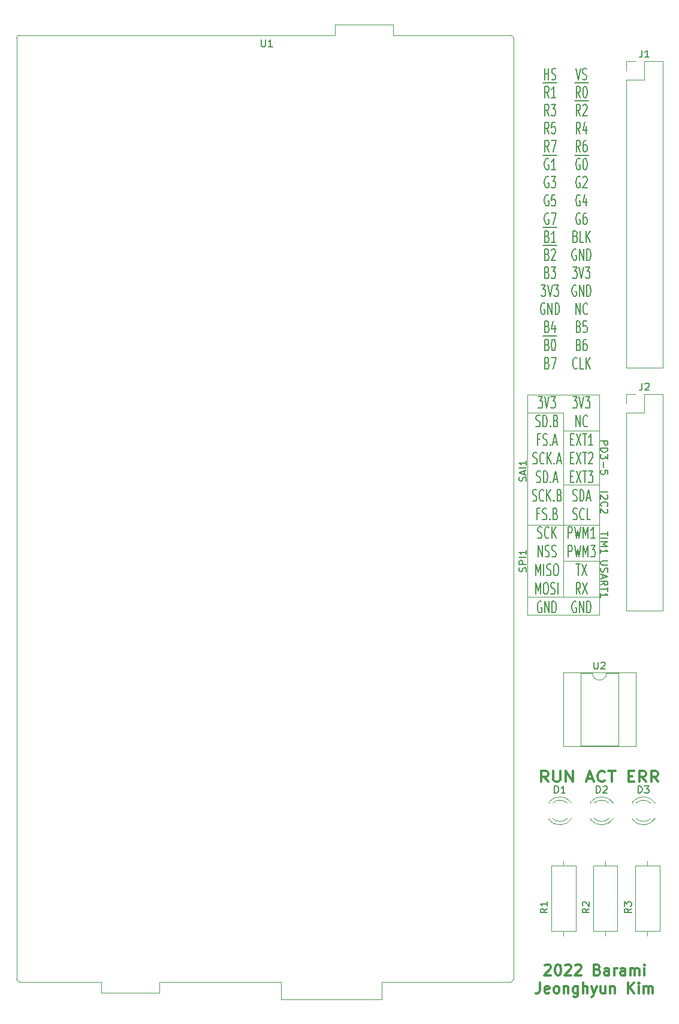
<source format=gbr>
%TF.GenerationSoftware,KiCad,Pcbnew,(5.1.10)-1*%
%TF.CreationDate,2022-06-15T22:29:57+09:00*%
%TF.ProjectId,2022_barami,32303232-5f62-4617-9261-6d692e6b6963,rev?*%
%TF.SameCoordinates,Original*%
%TF.FileFunction,Legend,Top*%
%TF.FilePolarity,Positive*%
%FSLAX46Y46*%
G04 Gerber Fmt 4.6, Leading zero omitted, Abs format (unit mm)*
G04 Created by KiCad (PCBNEW (5.1.10)-1) date 2022-06-15 22:29:57*
%MOMM*%
%LPD*%
G01*
G04 APERTURE LIST*
%ADD10C,0.300000*%
%ADD11C,0.150000*%
%ADD12C,0.120000*%
G04 APERTURE END LIST*
D10*
X151043571Y-170766428D02*
X151115000Y-170695000D01*
X151257857Y-170623571D01*
X151615000Y-170623571D01*
X151757857Y-170695000D01*
X151829285Y-170766428D01*
X151900714Y-170909285D01*
X151900714Y-171052142D01*
X151829285Y-171266428D01*
X150972142Y-172123571D01*
X151900714Y-172123571D01*
X152829285Y-170623571D02*
X152972142Y-170623571D01*
X153115000Y-170695000D01*
X153186428Y-170766428D01*
X153257857Y-170909285D01*
X153329285Y-171195000D01*
X153329285Y-171552142D01*
X153257857Y-171837857D01*
X153186428Y-171980714D01*
X153115000Y-172052142D01*
X152972142Y-172123571D01*
X152829285Y-172123571D01*
X152686428Y-172052142D01*
X152615000Y-171980714D01*
X152543571Y-171837857D01*
X152472142Y-171552142D01*
X152472142Y-171195000D01*
X152543571Y-170909285D01*
X152615000Y-170766428D01*
X152686428Y-170695000D01*
X152829285Y-170623571D01*
X153900714Y-170766428D02*
X153972142Y-170695000D01*
X154115000Y-170623571D01*
X154472142Y-170623571D01*
X154615000Y-170695000D01*
X154686428Y-170766428D01*
X154757857Y-170909285D01*
X154757857Y-171052142D01*
X154686428Y-171266428D01*
X153829285Y-172123571D01*
X154757857Y-172123571D01*
X155329285Y-170766428D02*
X155400714Y-170695000D01*
X155543571Y-170623571D01*
X155900714Y-170623571D01*
X156043571Y-170695000D01*
X156115000Y-170766428D01*
X156186428Y-170909285D01*
X156186428Y-171052142D01*
X156115000Y-171266428D01*
X155257857Y-172123571D01*
X156186428Y-172123571D01*
X158472142Y-171337857D02*
X158686428Y-171409285D01*
X158757857Y-171480714D01*
X158829285Y-171623571D01*
X158829285Y-171837857D01*
X158757857Y-171980714D01*
X158686428Y-172052142D01*
X158543571Y-172123571D01*
X157972142Y-172123571D01*
X157972142Y-170623571D01*
X158472142Y-170623571D01*
X158615000Y-170695000D01*
X158686428Y-170766428D01*
X158757857Y-170909285D01*
X158757857Y-171052142D01*
X158686428Y-171195000D01*
X158615000Y-171266428D01*
X158472142Y-171337857D01*
X157972142Y-171337857D01*
X160115000Y-172123571D02*
X160115000Y-171337857D01*
X160043571Y-171195000D01*
X159900714Y-171123571D01*
X159615000Y-171123571D01*
X159472142Y-171195000D01*
X160115000Y-172052142D02*
X159972142Y-172123571D01*
X159615000Y-172123571D01*
X159472142Y-172052142D01*
X159400714Y-171909285D01*
X159400714Y-171766428D01*
X159472142Y-171623571D01*
X159615000Y-171552142D01*
X159972142Y-171552142D01*
X160115000Y-171480714D01*
X160829285Y-172123571D02*
X160829285Y-171123571D01*
X160829285Y-171409285D02*
X160900714Y-171266428D01*
X160972142Y-171195000D01*
X161115000Y-171123571D01*
X161257857Y-171123571D01*
X162400714Y-172123571D02*
X162400714Y-171337857D01*
X162329285Y-171195000D01*
X162186428Y-171123571D01*
X161900714Y-171123571D01*
X161757857Y-171195000D01*
X162400714Y-172052142D02*
X162257857Y-172123571D01*
X161900714Y-172123571D01*
X161757857Y-172052142D01*
X161686428Y-171909285D01*
X161686428Y-171766428D01*
X161757857Y-171623571D01*
X161900714Y-171552142D01*
X162257857Y-171552142D01*
X162400714Y-171480714D01*
X163115000Y-172123571D02*
X163115000Y-171123571D01*
X163115000Y-171266428D02*
X163186428Y-171195000D01*
X163329285Y-171123571D01*
X163543571Y-171123571D01*
X163686428Y-171195000D01*
X163757857Y-171337857D01*
X163757857Y-172123571D01*
X163757857Y-171337857D02*
X163829285Y-171195000D01*
X163972142Y-171123571D01*
X164186428Y-171123571D01*
X164329285Y-171195000D01*
X164400714Y-171337857D01*
X164400714Y-172123571D01*
X165115000Y-172123571D02*
X165115000Y-171123571D01*
X165115000Y-170623571D02*
X165043571Y-170695000D01*
X165115000Y-170766428D01*
X165186428Y-170695000D01*
X165115000Y-170623571D01*
X165115000Y-170766428D01*
X150365000Y-173173571D02*
X150365000Y-174245000D01*
X150293571Y-174459285D01*
X150150714Y-174602142D01*
X149936428Y-174673571D01*
X149793571Y-174673571D01*
X151650714Y-174602142D02*
X151507857Y-174673571D01*
X151222142Y-174673571D01*
X151079285Y-174602142D01*
X151007857Y-174459285D01*
X151007857Y-173887857D01*
X151079285Y-173745000D01*
X151222142Y-173673571D01*
X151507857Y-173673571D01*
X151650714Y-173745000D01*
X151722142Y-173887857D01*
X151722142Y-174030714D01*
X151007857Y-174173571D01*
X152579285Y-174673571D02*
X152436428Y-174602142D01*
X152365000Y-174530714D01*
X152293571Y-174387857D01*
X152293571Y-173959285D01*
X152365000Y-173816428D01*
X152436428Y-173745000D01*
X152579285Y-173673571D01*
X152793571Y-173673571D01*
X152936428Y-173745000D01*
X153007857Y-173816428D01*
X153079285Y-173959285D01*
X153079285Y-174387857D01*
X153007857Y-174530714D01*
X152936428Y-174602142D01*
X152793571Y-174673571D01*
X152579285Y-174673571D01*
X153722142Y-173673571D02*
X153722142Y-174673571D01*
X153722142Y-173816428D02*
X153793571Y-173745000D01*
X153936428Y-173673571D01*
X154150714Y-173673571D01*
X154293571Y-173745000D01*
X154365000Y-173887857D01*
X154365000Y-174673571D01*
X155722142Y-173673571D02*
X155722142Y-174887857D01*
X155650714Y-175030714D01*
X155579285Y-175102142D01*
X155436428Y-175173571D01*
X155222142Y-175173571D01*
X155079285Y-175102142D01*
X155722142Y-174602142D02*
X155579285Y-174673571D01*
X155293571Y-174673571D01*
X155150714Y-174602142D01*
X155079285Y-174530714D01*
X155007857Y-174387857D01*
X155007857Y-173959285D01*
X155079285Y-173816428D01*
X155150714Y-173745000D01*
X155293571Y-173673571D01*
X155579285Y-173673571D01*
X155722142Y-173745000D01*
X156436428Y-174673571D02*
X156436428Y-173173571D01*
X157079285Y-174673571D02*
X157079285Y-173887857D01*
X157007857Y-173745000D01*
X156865000Y-173673571D01*
X156650714Y-173673571D01*
X156507857Y-173745000D01*
X156436428Y-173816428D01*
X157650714Y-173673571D02*
X158007857Y-174673571D01*
X158365000Y-173673571D02*
X158007857Y-174673571D01*
X157865000Y-175030714D01*
X157793571Y-175102142D01*
X157650714Y-175173571D01*
X159579285Y-173673571D02*
X159579285Y-174673571D01*
X158936428Y-173673571D02*
X158936428Y-174459285D01*
X159007857Y-174602142D01*
X159150714Y-174673571D01*
X159365000Y-174673571D01*
X159507857Y-174602142D01*
X159579285Y-174530714D01*
X160293571Y-173673571D02*
X160293571Y-174673571D01*
X160293571Y-173816428D02*
X160365000Y-173745000D01*
X160507857Y-173673571D01*
X160722142Y-173673571D01*
X160865000Y-173745000D01*
X160936428Y-173887857D01*
X160936428Y-174673571D01*
X162793571Y-174673571D02*
X162793571Y-173173571D01*
X163650714Y-174673571D02*
X163007857Y-173816428D01*
X163650714Y-173173571D02*
X162793571Y-174030714D01*
X164293571Y-174673571D02*
X164293571Y-173673571D01*
X164293571Y-173173571D02*
X164222142Y-173245000D01*
X164293571Y-173316428D01*
X164365000Y-173245000D01*
X164293571Y-173173571D01*
X164293571Y-173316428D01*
X165007857Y-174673571D02*
X165007857Y-173673571D01*
X165007857Y-173816428D02*
X165079285Y-173745000D01*
X165222142Y-173673571D01*
X165436428Y-173673571D01*
X165579285Y-173745000D01*
X165650714Y-173887857D01*
X165650714Y-174673571D01*
X165650714Y-173887857D02*
X165722142Y-173745000D01*
X165865000Y-173673571D01*
X166079285Y-173673571D01*
X166222142Y-173745000D01*
X166293571Y-173887857D01*
X166293571Y-174673571D01*
X151504761Y-144823571D02*
X150938095Y-144109285D01*
X150533333Y-144823571D02*
X150533333Y-143323571D01*
X151180952Y-143323571D01*
X151342857Y-143395000D01*
X151423809Y-143466428D01*
X151504761Y-143609285D01*
X151504761Y-143823571D01*
X151423809Y-143966428D01*
X151342857Y-144037857D01*
X151180952Y-144109285D01*
X150533333Y-144109285D01*
X152233333Y-143323571D02*
X152233333Y-144537857D01*
X152314285Y-144680714D01*
X152395238Y-144752142D01*
X152557142Y-144823571D01*
X152880952Y-144823571D01*
X153042857Y-144752142D01*
X153123809Y-144680714D01*
X153204761Y-144537857D01*
X153204761Y-143323571D01*
X154014285Y-144823571D02*
X154014285Y-143323571D01*
X154985714Y-144823571D01*
X154985714Y-143323571D01*
X157009523Y-144395000D02*
X157819047Y-144395000D01*
X156847619Y-144823571D02*
X157414285Y-143323571D01*
X157980952Y-144823571D01*
X159519047Y-144680714D02*
X159438095Y-144752142D01*
X159195238Y-144823571D01*
X159033333Y-144823571D01*
X158790476Y-144752142D01*
X158628571Y-144609285D01*
X158547619Y-144466428D01*
X158466666Y-144180714D01*
X158466666Y-143966428D01*
X158547619Y-143680714D01*
X158628571Y-143537857D01*
X158790476Y-143395000D01*
X159033333Y-143323571D01*
X159195238Y-143323571D01*
X159438095Y-143395000D01*
X159519047Y-143466428D01*
X160004761Y-143323571D02*
X160976190Y-143323571D01*
X160490476Y-144823571D02*
X160490476Y-143323571D01*
X162838095Y-144037857D02*
X163404761Y-144037857D01*
X163647619Y-144823571D02*
X162838095Y-144823571D01*
X162838095Y-143323571D01*
X163647619Y-143323571D01*
X165347619Y-144823571D02*
X164780952Y-144109285D01*
X164376190Y-144823571D02*
X164376190Y-143323571D01*
X165023809Y-143323571D01*
X165185714Y-143395000D01*
X165266666Y-143466428D01*
X165347619Y-143609285D01*
X165347619Y-143823571D01*
X165266666Y-143966428D01*
X165185714Y-144037857D01*
X165023809Y-144109285D01*
X164376190Y-144109285D01*
X167047619Y-144823571D02*
X166480952Y-144109285D01*
X166076190Y-144823571D02*
X166076190Y-143323571D01*
X166723809Y-143323571D01*
X166885714Y-143395000D01*
X166966666Y-143466428D01*
X167047619Y-143609285D01*
X167047619Y-143823571D01*
X166966666Y-143966428D01*
X166885714Y-144037857D01*
X166723809Y-144109285D01*
X166076190Y-144109285D01*
D11*
X155400476Y-44128809D02*
X155733809Y-45728809D01*
X156067142Y-44128809D01*
X156352857Y-45652619D02*
X156495714Y-45728809D01*
X156733809Y-45728809D01*
X156829047Y-45652619D01*
X156876666Y-45576428D01*
X156924285Y-45424047D01*
X156924285Y-45271666D01*
X156876666Y-45119285D01*
X156829047Y-45043095D01*
X156733809Y-44966904D01*
X156543333Y-44890714D01*
X156448095Y-44814523D01*
X156400476Y-44738333D01*
X156352857Y-44585952D01*
X156352857Y-44433571D01*
X156400476Y-44281190D01*
X156448095Y-44205000D01*
X156543333Y-44128809D01*
X156781428Y-44128809D01*
X156924285Y-44205000D01*
X155233809Y-46208000D02*
X156233809Y-46208000D01*
X156043333Y-48278809D02*
X155710000Y-47516904D01*
X155471904Y-48278809D02*
X155471904Y-46678809D01*
X155852857Y-46678809D01*
X155948095Y-46755000D01*
X155995714Y-46831190D01*
X156043333Y-46983571D01*
X156043333Y-47212142D01*
X155995714Y-47364523D01*
X155948095Y-47440714D01*
X155852857Y-47516904D01*
X155471904Y-47516904D01*
X156233809Y-46208000D02*
X157186190Y-46208000D01*
X156662380Y-46678809D02*
X156757619Y-46678809D01*
X156852857Y-46755000D01*
X156900476Y-46831190D01*
X156948095Y-46983571D01*
X156995714Y-47288333D01*
X156995714Y-47669285D01*
X156948095Y-47974047D01*
X156900476Y-48126428D01*
X156852857Y-48202619D01*
X156757619Y-48278809D01*
X156662380Y-48278809D01*
X156567142Y-48202619D01*
X156519523Y-48126428D01*
X156471904Y-47974047D01*
X156424285Y-47669285D01*
X156424285Y-47288333D01*
X156471904Y-46983571D01*
X156519523Y-46831190D01*
X156567142Y-46755000D01*
X156662380Y-46678809D01*
X155233809Y-48758000D02*
X156233809Y-48758000D01*
X156043333Y-50828809D02*
X155710000Y-50066904D01*
X155471904Y-50828809D02*
X155471904Y-49228809D01*
X155852857Y-49228809D01*
X155948095Y-49305000D01*
X155995714Y-49381190D01*
X156043333Y-49533571D01*
X156043333Y-49762142D01*
X155995714Y-49914523D01*
X155948095Y-49990714D01*
X155852857Y-50066904D01*
X155471904Y-50066904D01*
X156233809Y-48758000D02*
X157186190Y-48758000D01*
X156424285Y-49381190D02*
X156471904Y-49305000D01*
X156567142Y-49228809D01*
X156805238Y-49228809D01*
X156900476Y-49305000D01*
X156948095Y-49381190D01*
X156995714Y-49533571D01*
X156995714Y-49685952D01*
X156948095Y-49914523D01*
X156376666Y-50828809D01*
X156995714Y-50828809D01*
X156043333Y-53378809D02*
X155710000Y-52616904D01*
X155471904Y-53378809D02*
X155471904Y-51778809D01*
X155852857Y-51778809D01*
X155948095Y-51855000D01*
X155995714Y-51931190D01*
X156043333Y-52083571D01*
X156043333Y-52312142D01*
X155995714Y-52464523D01*
X155948095Y-52540714D01*
X155852857Y-52616904D01*
X155471904Y-52616904D01*
X156900476Y-52312142D02*
X156900476Y-53378809D01*
X156662380Y-51702619D02*
X156424285Y-52845476D01*
X157043333Y-52845476D01*
X156043333Y-55928809D02*
X155710000Y-55166904D01*
X155471904Y-55928809D02*
X155471904Y-54328809D01*
X155852857Y-54328809D01*
X155948095Y-54405000D01*
X155995714Y-54481190D01*
X156043333Y-54633571D01*
X156043333Y-54862142D01*
X155995714Y-55014523D01*
X155948095Y-55090714D01*
X155852857Y-55166904D01*
X155471904Y-55166904D01*
X156900476Y-54328809D02*
X156710000Y-54328809D01*
X156614761Y-54405000D01*
X156567142Y-54481190D01*
X156471904Y-54709761D01*
X156424285Y-55014523D01*
X156424285Y-55624047D01*
X156471904Y-55776428D01*
X156519523Y-55852619D01*
X156614761Y-55928809D01*
X156805238Y-55928809D01*
X156900476Y-55852619D01*
X156948095Y-55776428D01*
X156995714Y-55624047D01*
X156995714Y-55243095D01*
X156948095Y-55090714D01*
X156900476Y-55014523D01*
X156805238Y-54938333D01*
X156614761Y-54938333D01*
X156519523Y-55014523D01*
X156471904Y-55090714D01*
X156424285Y-55243095D01*
X155233809Y-56408000D02*
X156233809Y-56408000D01*
X155995714Y-56955000D02*
X155900476Y-56878809D01*
X155757619Y-56878809D01*
X155614761Y-56955000D01*
X155519523Y-57107380D01*
X155471904Y-57259761D01*
X155424285Y-57564523D01*
X155424285Y-57793095D01*
X155471904Y-58097857D01*
X155519523Y-58250238D01*
X155614761Y-58402619D01*
X155757619Y-58478809D01*
X155852857Y-58478809D01*
X155995714Y-58402619D01*
X156043333Y-58326428D01*
X156043333Y-57793095D01*
X155852857Y-57793095D01*
X156233809Y-56408000D02*
X157186190Y-56408000D01*
X156662380Y-56878809D02*
X156757619Y-56878809D01*
X156852857Y-56955000D01*
X156900476Y-57031190D01*
X156948095Y-57183571D01*
X156995714Y-57488333D01*
X156995714Y-57869285D01*
X156948095Y-58174047D01*
X156900476Y-58326428D01*
X156852857Y-58402619D01*
X156757619Y-58478809D01*
X156662380Y-58478809D01*
X156567142Y-58402619D01*
X156519523Y-58326428D01*
X156471904Y-58174047D01*
X156424285Y-57869285D01*
X156424285Y-57488333D01*
X156471904Y-57183571D01*
X156519523Y-57031190D01*
X156567142Y-56955000D01*
X156662380Y-56878809D01*
X155995714Y-59505000D02*
X155900476Y-59428809D01*
X155757619Y-59428809D01*
X155614761Y-59505000D01*
X155519523Y-59657380D01*
X155471904Y-59809761D01*
X155424285Y-60114523D01*
X155424285Y-60343095D01*
X155471904Y-60647857D01*
X155519523Y-60800238D01*
X155614761Y-60952619D01*
X155757619Y-61028809D01*
X155852857Y-61028809D01*
X155995714Y-60952619D01*
X156043333Y-60876428D01*
X156043333Y-60343095D01*
X155852857Y-60343095D01*
X156424285Y-59581190D02*
X156471904Y-59505000D01*
X156567142Y-59428809D01*
X156805238Y-59428809D01*
X156900476Y-59505000D01*
X156948095Y-59581190D01*
X156995714Y-59733571D01*
X156995714Y-59885952D01*
X156948095Y-60114523D01*
X156376666Y-61028809D01*
X156995714Y-61028809D01*
X155995714Y-62055000D02*
X155900476Y-61978809D01*
X155757619Y-61978809D01*
X155614761Y-62055000D01*
X155519523Y-62207380D01*
X155471904Y-62359761D01*
X155424285Y-62664523D01*
X155424285Y-62893095D01*
X155471904Y-63197857D01*
X155519523Y-63350238D01*
X155614761Y-63502619D01*
X155757619Y-63578809D01*
X155852857Y-63578809D01*
X155995714Y-63502619D01*
X156043333Y-63426428D01*
X156043333Y-62893095D01*
X155852857Y-62893095D01*
X156900476Y-62512142D02*
X156900476Y-63578809D01*
X156662380Y-61902619D02*
X156424285Y-63045476D01*
X157043333Y-63045476D01*
X155995714Y-64605000D02*
X155900476Y-64528809D01*
X155757619Y-64528809D01*
X155614761Y-64605000D01*
X155519523Y-64757380D01*
X155471904Y-64909761D01*
X155424285Y-65214523D01*
X155424285Y-65443095D01*
X155471904Y-65747857D01*
X155519523Y-65900238D01*
X155614761Y-66052619D01*
X155757619Y-66128809D01*
X155852857Y-66128809D01*
X155995714Y-66052619D01*
X156043333Y-65976428D01*
X156043333Y-65443095D01*
X155852857Y-65443095D01*
X156900476Y-64528809D02*
X156710000Y-64528809D01*
X156614761Y-64605000D01*
X156567142Y-64681190D01*
X156471904Y-64909761D01*
X156424285Y-65214523D01*
X156424285Y-65824047D01*
X156471904Y-65976428D01*
X156519523Y-66052619D01*
X156614761Y-66128809D01*
X156805238Y-66128809D01*
X156900476Y-66052619D01*
X156948095Y-65976428D01*
X156995714Y-65824047D01*
X156995714Y-65443095D01*
X156948095Y-65290714D01*
X156900476Y-65214523D01*
X156805238Y-65138333D01*
X156614761Y-65138333D01*
X156519523Y-65214523D01*
X156471904Y-65290714D01*
X156424285Y-65443095D01*
X155376666Y-67840714D02*
X155519523Y-67916904D01*
X155567142Y-67993095D01*
X155614761Y-68145476D01*
X155614761Y-68374047D01*
X155567142Y-68526428D01*
X155519523Y-68602619D01*
X155424285Y-68678809D01*
X155043333Y-68678809D01*
X155043333Y-67078809D01*
X155376666Y-67078809D01*
X155471904Y-67155000D01*
X155519523Y-67231190D01*
X155567142Y-67383571D01*
X155567142Y-67535952D01*
X155519523Y-67688333D01*
X155471904Y-67764523D01*
X155376666Y-67840714D01*
X155043333Y-67840714D01*
X156519523Y-68678809D02*
X156043333Y-68678809D01*
X156043333Y-67078809D01*
X156852857Y-68678809D02*
X156852857Y-67078809D01*
X157424285Y-68678809D02*
X156995714Y-67764523D01*
X157424285Y-67078809D02*
X156852857Y-67993095D01*
X155448095Y-69705000D02*
X155352857Y-69628809D01*
X155210000Y-69628809D01*
X155067142Y-69705000D01*
X154971904Y-69857380D01*
X154924285Y-70009761D01*
X154876666Y-70314523D01*
X154876666Y-70543095D01*
X154924285Y-70847857D01*
X154971904Y-71000238D01*
X155067142Y-71152619D01*
X155210000Y-71228809D01*
X155305238Y-71228809D01*
X155448095Y-71152619D01*
X155495714Y-71076428D01*
X155495714Y-70543095D01*
X155305238Y-70543095D01*
X155924285Y-71228809D02*
X155924285Y-69628809D01*
X156495714Y-71228809D01*
X156495714Y-69628809D01*
X156971904Y-71228809D02*
X156971904Y-69628809D01*
X157210000Y-69628809D01*
X157352857Y-69705000D01*
X157448095Y-69857380D01*
X157495714Y-70009761D01*
X157543333Y-70314523D01*
X157543333Y-70543095D01*
X157495714Y-70847857D01*
X157448095Y-71000238D01*
X157352857Y-71152619D01*
X157210000Y-71228809D01*
X156971904Y-71228809D01*
X154971904Y-72178809D02*
X155590952Y-72178809D01*
X155257619Y-72788333D01*
X155400476Y-72788333D01*
X155495714Y-72864523D01*
X155543333Y-72940714D01*
X155590952Y-73093095D01*
X155590952Y-73474047D01*
X155543333Y-73626428D01*
X155495714Y-73702619D01*
X155400476Y-73778809D01*
X155114761Y-73778809D01*
X155019523Y-73702619D01*
X154971904Y-73626428D01*
X155876666Y-72178809D02*
X156210000Y-73778809D01*
X156543333Y-72178809D01*
X156781428Y-72178809D02*
X157400476Y-72178809D01*
X157067142Y-72788333D01*
X157210000Y-72788333D01*
X157305238Y-72864523D01*
X157352857Y-72940714D01*
X157400476Y-73093095D01*
X157400476Y-73474047D01*
X157352857Y-73626428D01*
X157305238Y-73702619D01*
X157210000Y-73778809D01*
X156924285Y-73778809D01*
X156829047Y-73702619D01*
X156781428Y-73626428D01*
X155448095Y-74805000D02*
X155352857Y-74728809D01*
X155210000Y-74728809D01*
X155067142Y-74805000D01*
X154971904Y-74957380D01*
X154924285Y-75109761D01*
X154876666Y-75414523D01*
X154876666Y-75643095D01*
X154924285Y-75947857D01*
X154971904Y-76100238D01*
X155067142Y-76252619D01*
X155210000Y-76328809D01*
X155305238Y-76328809D01*
X155448095Y-76252619D01*
X155495714Y-76176428D01*
X155495714Y-75643095D01*
X155305238Y-75643095D01*
X155924285Y-76328809D02*
X155924285Y-74728809D01*
X156495714Y-76328809D01*
X156495714Y-74728809D01*
X156971904Y-76328809D02*
X156971904Y-74728809D01*
X157210000Y-74728809D01*
X157352857Y-74805000D01*
X157448095Y-74957380D01*
X157495714Y-75109761D01*
X157543333Y-75414523D01*
X157543333Y-75643095D01*
X157495714Y-75947857D01*
X157448095Y-76100238D01*
X157352857Y-76252619D01*
X157210000Y-76328809D01*
X156971904Y-76328809D01*
X155424285Y-78878809D02*
X155424285Y-77278809D01*
X155995714Y-78878809D01*
X155995714Y-77278809D01*
X157043333Y-78726428D02*
X156995714Y-78802619D01*
X156852857Y-78878809D01*
X156757619Y-78878809D01*
X156614761Y-78802619D01*
X156519523Y-78650238D01*
X156471904Y-78497857D01*
X156424285Y-78193095D01*
X156424285Y-77964523D01*
X156471904Y-77659761D01*
X156519523Y-77507380D01*
X156614761Y-77355000D01*
X156757619Y-77278809D01*
X156852857Y-77278809D01*
X156995714Y-77355000D01*
X157043333Y-77431190D01*
X155805238Y-80590714D02*
X155948095Y-80666904D01*
X155995714Y-80743095D01*
X156043333Y-80895476D01*
X156043333Y-81124047D01*
X155995714Y-81276428D01*
X155948095Y-81352619D01*
X155852857Y-81428809D01*
X155471904Y-81428809D01*
X155471904Y-79828809D01*
X155805238Y-79828809D01*
X155900476Y-79905000D01*
X155948095Y-79981190D01*
X155995714Y-80133571D01*
X155995714Y-80285952D01*
X155948095Y-80438333D01*
X155900476Y-80514523D01*
X155805238Y-80590714D01*
X155471904Y-80590714D01*
X156948095Y-79828809D02*
X156471904Y-79828809D01*
X156424285Y-80590714D01*
X156471904Y-80514523D01*
X156567142Y-80438333D01*
X156805238Y-80438333D01*
X156900476Y-80514523D01*
X156948095Y-80590714D01*
X156995714Y-80743095D01*
X156995714Y-81124047D01*
X156948095Y-81276428D01*
X156900476Y-81352619D01*
X156805238Y-81428809D01*
X156567142Y-81428809D01*
X156471904Y-81352619D01*
X156424285Y-81276428D01*
X155805238Y-83140714D02*
X155948095Y-83216904D01*
X155995714Y-83293095D01*
X156043333Y-83445476D01*
X156043333Y-83674047D01*
X155995714Y-83826428D01*
X155948095Y-83902619D01*
X155852857Y-83978809D01*
X155471904Y-83978809D01*
X155471904Y-82378809D01*
X155805238Y-82378809D01*
X155900476Y-82455000D01*
X155948095Y-82531190D01*
X155995714Y-82683571D01*
X155995714Y-82835952D01*
X155948095Y-82988333D01*
X155900476Y-83064523D01*
X155805238Y-83140714D01*
X155471904Y-83140714D01*
X156900476Y-82378809D02*
X156710000Y-82378809D01*
X156614761Y-82455000D01*
X156567142Y-82531190D01*
X156471904Y-82759761D01*
X156424285Y-83064523D01*
X156424285Y-83674047D01*
X156471904Y-83826428D01*
X156519523Y-83902619D01*
X156614761Y-83978809D01*
X156805238Y-83978809D01*
X156900476Y-83902619D01*
X156948095Y-83826428D01*
X156995714Y-83674047D01*
X156995714Y-83293095D01*
X156948095Y-83140714D01*
X156900476Y-83064523D01*
X156805238Y-82988333D01*
X156614761Y-82988333D01*
X156519523Y-83064523D01*
X156471904Y-83140714D01*
X156424285Y-83293095D01*
X155614761Y-86376428D02*
X155567142Y-86452619D01*
X155424285Y-86528809D01*
X155329047Y-86528809D01*
X155186190Y-86452619D01*
X155090952Y-86300238D01*
X155043333Y-86147857D01*
X154995714Y-85843095D01*
X154995714Y-85614523D01*
X155043333Y-85309761D01*
X155090952Y-85157380D01*
X155186190Y-85005000D01*
X155329047Y-84928809D01*
X155424285Y-84928809D01*
X155567142Y-85005000D01*
X155614761Y-85081190D01*
X156519523Y-86528809D02*
X156043333Y-86528809D01*
X156043333Y-84928809D01*
X156852857Y-86528809D02*
X156852857Y-84928809D01*
X157424285Y-86528809D02*
X156995714Y-85614523D01*
X157424285Y-84928809D02*
X156852857Y-85843095D01*
X151003095Y-45728809D02*
X151003095Y-44128809D01*
X151003095Y-44890714D02*
X151574523Y-44890714D01*
X151574523Y-45728809D02*
X151574523Y-44128809D01*
X152003095Y-45652619D02*
X152145952Y-45728809D01*
X152384047Y-45728809D01*
X152479285Y-45652619D01*
X152526904Y-45576428D01*
X152574523Y-45424047D01*
X152574523Y-45271666D01*
X152526904Y-45119285D01*
X152479285Y-45043095D01*
X152384047Y-44966904D01*
X152193571Y-44890714D01*
X152098333Y-44814523D01*
X152050714Y-44738333D01*
X152003095Y-44585952D01*
X152003095Y-44433571D01*
X152050714Y-44281190D01*
X152098333Y-44205000D01*
X152193571Y-44128809D01*
X152431666Y-44128809D01*
X152574523Y-44205000D01*
X150788809Y-46208000D02*
X151788809Y-46208000D01*
X151598333Y-48278809D02*
X151265000Y-47516904D01*
X151026904Y-48278809D02*
X151026904Y-46678809D01*
X151407857Y-46678809D01*
X151503095Y-46755000D01*
X151550714Y-46831190D01*
X151598333Y-46983571D01*
X151598333Y-47212142D01*
X151550714Y-47364523D01*
X151503095Y-47440714D01*
X151407857Y-47516904D01*
X151026904Y-47516904D01*
X151788809Y-46208000D02*
X152741190Y-46208000D01*
X152550714Y-48278809D02*
X151979285Y-48278809D01*
X152265000Y-48278809D02*
X152265000Y-46678809D01*
X152169761Y-46907380D01*
X152074523Y-47059761D01*
X151979285Y-47135952D01*
X151598333Y-50828809D02*
X151265000Y-50066904D01*
X151026904Y-50828809D02*
X151026904Y-49228809D01*
X151407857Y-49228809D01*
X151503095Y-49305000D01*
X151550714Y-49381190D01*
X151598333Y-49533571D01*
X151598333Y-49762142D01*
X151550714Y-49914523D01*
X151503095Y-49990714D01*
X151407857Y-50066904D01*
X151026904Y-50066904D01*
X151931666Y-49228809D02*
X152550714Y-49228809D01*
X152217380Y-49838333D01*
X152360238Y-49838333D01*
X152455476Y-49914523D01*
X152503095Y-49990714D01*
X152550714Y-50143095D01*
X152550714Y-50524047D01*
X152503095Y-50676428D01*
X152455476Y-50752619D01*
X152360238Y-50828809D01*
X152074523Y-50828809D01*
X151979285Y-50752619D01*
X151931666Y-50676428D01*
X151598333Y-53378809D02*
X151265000Y-52616904D01*
X151026904Y-53378809D02*
X151026904Y-51778809D01*
X151407857Y-51778809D01*
X151503095Y-51855000D01*
X151550714Y-51931190D01*
X151598333Y-52083571D01*
X151598333Y-52312142D01*
X151550714Y-52464523D01*
X151503095Y-52540714D01*
X151407857Y-52616904D01*
X151026904Y-52616904D01*
X152503095Y-51778809D02*
X152026904Y-51778809D01*
X151979285Y-52540714D01*
X152026904Y-52464523D01*
X152122142Y-52388333D01*
X152360238Y-52388333D01*
X152455476Y-52464523D01*
X152503095Y-52540714D01*
X152550714Y-52693095D01*
X152550714Y-53074047D01*
X152503095Y-53226428D01*
X152455476Y-53302619D01*
X152360238Y-53378809D01*
X152122142Y-53378809D01*
X152026904Y-53302619D01*
X151979285Y-53226428D01*
X151598333Y-55928809D02*
X151265000Y-55166904D01*
X151026904Y-55928809D02*
X151026904Y-54328809D01*
X151407857Y-54328809D01*
X151503095Y-54405000D01*
X151550714Y-54481190D01*
X151598333Y-54633571D01*
X151598333Y-54862142D01*
X151550714Y-55014523D01*
X151503095Y-55090714D01*
X151407857Y-55166904D01*
X151026904Y-55166904D01*
X151931666Y-54328809D02*
X152598333Y-54328809D01*
X152169761Y-55928809D01*
X150788809Y-56408000D02*
X151788809Y-56408000D01*
X151550714Y-56955000D02*
X151455476Y-56878809D01*
X151312619Y-56878809D01*
X151169761Y-56955000D01*
X151074523Y-57107380D01*
X151026904Y-57259761D01*
X150979285Y-57564523D01*
X150979285Y-57793095D01*
X151026904Y-58097857D01*
X151074523Y-58250238D01*
X151169761Y-58402619D01*
X151312619Y-58478809D01*
X151407857Y-58478809D01*
X151550714Y-58402619D01*
X151598333Y-58326428D01*
X151598333Y-57793095D01*
X151407857Y-57793095D01*
X151788809Y-56408000D02*
X152741190Y-56408000D01*
X152550714Y-58478809D02*
X151979285Y-58478809D01*
X152265000Y-58478809D02*
X152265000Y-56878809D01*
X152169761Y-57107380D01*
X152074523Y-57259761D01*
X151979285Y-57335952D01*
X151550714Y-59505000D02*
X151455476Y-59428809D01*
X151312619Y-59428809D01*
X151169761Y-59505000D01*
X151074523Y-59657380D01*
X151026904Y-59809761D01*
X150979285Y-60114523D01*
X150979285Y-60343095D01*
X151026904Y-60647857D01*
X151074523Y-60800238D01*
X151169761Y-60952619D01*
X151312619Y-61028809D01*
X151407857Y-61028809D01*
X151550714Y-60952619D01*
X151598333Y-60876428D01*
X151598333Y-60343095D01*
X151407857Y-60343095D01*
X151931666Y-59428809D02*
X152550714Y-59428809D01*
X152217380Y-60038333D01*
X152360238Y-60038333D01*
X152455476Y-60114523D01*
X152503095Y-60190714D01*
X152550714Y-60343095D01*
X152550714Y-60724047D01*
X152503095Y-60876428D01*
X152455476Y-60952619D01*
X152360238Y-61028809D01*
X152074523Y-61028809D01*
X151979285Y-60952619D01*
X151931666Y-60876428D01*
X151550714Y-62055000D02*
X151455476Y-61978809D01*
X151312619Y-61978809D01*
X151169761Y-62055000D01*
X151074523Y-62207380D01*
X151026904Y-62359761D01*
X150979285Y-62664523D01*
X150979285Y-62893095D01*
X151026904Y-63197857D01*
X151074523Y-63350238D01*
X151169761Y-63502619D01*
X151312619Y-63578809D01*
X151407857Y-63578809D01*
X151550714Y-63502619D01*
X151598333Y-63426428D01*
X151598333Y-62893095D01*
X151407857Y-62893095D01*
X152503095Y-61978809D02*
X152026904Y-61978809D01*
X151979285Y-62740714D01*
X152026904Y-62664523D01*
X152122142Y-62588333D01*
X152360238Y-62588333D01*
X152455476Y-62664523D01*
X152503095Y-62740714D01*
X152550714Y-62893095D01*
X152550714Y-63274047D01*
X152503095Y-63426428D01*
X152455476Y-63502619D01*
X152360238Y-63578809D01*
X152122142Y-63578809D01*
X152026904Y-63502619D01*
X151979285Y-63426428D01*
X151550714Y-64605000D02*
X151455476Y-64528809D01*
X151312619Y-64528809D01*
X151169761Y-64605000D01*
X151074523Y-64757380D01*
X151026904Y-64909761D01*
X150979285Y-65214523D01*
X150979285Y-65443095D01*
X151026904Y-65747857D01*
X151074523Y-65900238D01*
X151169761Y-66052619D01*
X151312619Y-66128809D01*
X151407857Y-66128809D01*
X151550714Y-66052619D01*
X151598333Y-65976428D01*
X151598333Y-65443095D01*
X151407857Y-65443095D01*
X151931666Y-64528809D02*
X152598333Y-64528809D01*
X152169761Y-66128809D01*
X150788809Y-66608000D02*
X151788809Y-66608000D01*
X151360238Y-67840714D02*
X151503095Y-67916904D01*
X151550714Y-67993095D01*
X151598333Y-68145476D01*
X151598333Y-68374047D01*
X151550714Y-68526428D01*
X151503095Y-68602619D01*
X151407857Y-68678809D01*
X151026904Y-68678809D01*
X151026904Y-67078809D01*
X151360238Y-67078809D01*
X151455476Y-67155000D01*
X151503095Y-67231190D01*
X151550714Y-67383571D01*
X151550714Y-67535952D01*
X151503095Y-67688333D01*
X151455476Y-67764523D01*
X151360238Y-67840714D01*
X151026904Y-67840714D01*
X151788809Y-66608000D02*
X152741190Y-66608000D01*
X152550714Y-68678809D02*
X151979285Y-68678809D01*
X152265000Y-68678809D02*
X152265000Y-67078809D01*
X152169761Y-67307380D01*
X152074523Y-67459761D01*
X151979285Y-67535952D01*
X150788809Y-69158000D02*
X151788809Y-69158000D01*
X151360238Y-70390714D02*
X151503095Y-70466904D01*
X151550714Y-70543095D01*
X151598333Y-70695476D01*
X151598333Y-70924047D01*
X151550714Y-71076428D01*
X151503095Y-71152619D01*
X151407857Y-71228809D01*
X151026904Y-71228809D01*
X151026904Y-69628809D01*
X151360238Y-69628809D01*
X151455476Y-69705000D01*
X151503095Y-69781190D01*
X151550714Y-69933571D01*
X151550714Y-70085952D01*
X151503095Y-70238333D01*
X151455476Y-70314523D01*
X151360238Y-70390714D01*
X151026904Y-70390714D01*
X151788809Y-69158000D02*
X152741190Y-69158000D01*
X151979285Y-69781190D02*
X152026904Y-69705000D01*
X152122142Y-69628809D01*
X152360238Y-69628809D01*
X152455476Y-69705000D01*
X152503095Y-69781190D01*
X152550714Y-69933571D01*
X152550714Y-70085952D01*
X152503095Y-70314523D01*
X151931666Y-71228809D01*
X152550714Y-71228809D01*
X151360238Y-72940714D02*
X151503095Y-73016904D01*
X151550714Y-73093095D01*
X151598333Y-73245476D01*
X151598333Y-73474047D01*
X151550714Y-73626428D01*
X151503095Y-73702619D01*
X151407857Y-73778809D01*
X151026904Y-73778809D01*
X151026904Y-72178809D01*
X151360238Y-72178809D01*
X151455476Y-72255000D01*
X151503095Y-72331190D01*
X151550714Y-72483571D01*
X151550714Y-72635952D01*
X151503095Y-72788333D01*
X151455476Y-72864523D01*
X151360238Y-72940714D01*
X151026904Y-72940714D01*
X151931666Y-72178809D02*
X152550714Y-72178809D01*
X152217380Y-72788333D01*
X152360238Y-72788333D01*
X152455476Y-72864523D01*
X152503095Y-72940714D01*
X152550714Y-73093095D01*
X152550714Y-73474047D01*
X152503095Y-73626428D01*
X152455476Y-73702619D01*
X152360238Y-73778809D01*
X152074523Y-73778809D01*
X151979285Y-73702619D01*
X151931666Y-73626428D01*
X150526904Y-74728809D02*
X151145952Y-74728809D01*
X150812619Y-75338333D01*
X150955476Y-75338333D01*
X151050714Y-75414523D01*
X151098333Y-75490714D01*
X151145952Y-75643095D01*
X151145952Y-76024047D01*
X151098333Y-76176428D01*
X151050714Y-76252619D01*
X150955476Y-76328809D01*
X150669761Y-76328809D01*
X150574523Y-76252619D01*
X150526904Y-76176428D01*
X151431666Y-74728809D02*
X151765000Y-76328809D01*
X152098333Y-74728809D01*
X152336428Y-74728809D02*
X152955476Y-74728809D01*
X152622142Y-75338333D01*
X152765000Y-75338333D01*
X152860238Y-75414523D01*
X152907857Y-75490714D01*
X152955476Y-75643095D01*
X152955476Y-76024047D01*
X152907857Y-76176428D01*
X152860238Y-76252619D01*
X152765000Y-76328809D01*
X152479285Y-76328809D01*
X152384047Y-76252619D01*
X152336428Y-76176428D01*
X151003095Y-77355000D02*
X150907857Y-77278809D01*
X150765000Y-77278809D01*
X150622142Y-77355000D01*
X150526904Y-77507380D01*
X150479285Y-77659761D01*
X150431666Y-77964523D01*
X150431666Y-78193095D01*
X150479285Y-78497857D01*
X150526904Y-78650238D01*
X150622142Y-78802619D01*
X150765000Y-78878809D01*
X150860238Y-78878809D01*
X151003095Y-78802619D01*
X151050714Y-78726428D01*
X151050714Y-78193095D01*
X150860238Y-78193095D01*
X151479285Y-78878809D02*
X151479285Y-77278809D01*
X152050714Y-78878809D01*
X152050714Y-77278809D01*
X152526904Y-78878809D02*
X152526904Y-77278809D01*
X152765000Y-77278809D01*
X152907857Y-77355000D01*
X153003095Y-77507380D01*
X153050714Y-77659761D01*
X153098333Y-77964523D01*
X153098333Y-78193095D01*
X153050714Y-78497857D01*
X153003095Y-78650238D01*
X152907857Y-78802619D01*
X152765000Y-78878809D01*
X152526904Y-78878809D01*
X151360238Y-80590714D02*
X151503095Y-80666904D01*
X151550714Y-80743095D01*
X151598333Y-80895476D01*
X151598333Y-81124047D01*
X151550714Y-81276428D01*
X151503095Y-81352619D01*
X151407857Y-81428809D01*
X151026904Y-81428809D01*
X151026904Y-79828809D01*
X151360238Y-79828809D01*
X151455476Y-79905000D01*
X151503095Y-79981190D01*
X151550714Y-80133571D01*
X151550714Y-80285952D01*
X151503095Y-80438333D01*
X151455476Y-80514523D01*
X151360238Y-80590714D01*
X151026904Y-80590714D01*
X152455476Y-80362142D02*
X152455476Y-81428809D01*
X152217380Y-79752619D02*
X151979285Y-80895476D01*
X152598333Y-80895476D01*
X150788809Y-81908000D02*
X151788809Y-81908000D01*
X151360238Y-83140714D02*
X151503095Y-83216904D01*
X151550714Y-83293095D01*
X151598333Y-83445476D01*
X151598333Y-83674047D01*
X151550714Y-83826428D01*
X151503095Y-83902619D01*
X151407857Y-83978809D01*
X151026904Y-83978809D01*
X151026904Y-82378809D01*
X151360238Y-82378809D01*
X151455476Y-82455000D01*
X151503095Y-82531190D01*
X151550714Y-82683571D01*
X151550714Y-82835952D01*
X151503095Y-82988333D01*
X151455476Y-83064523D01*
X151360238Y-83140714D01*
X151026904Y-83140714D01*
X151788809Y-81908000D02*
X152741190Y-81908000D01*
X152217380Y-82378809D02*
X152312619Y-82378809D01*
X152407857Y-82455000D01*
X152455476Y-82531190D01*
X152503095Y-82683571D01*
X152550714Y-82988333D01*
X152550714Y-83369285D01*
X152503095Y-83674047D01*
X152455476Y-83826428D01*
X152407857Y-83902619D01*
X152312619Y-83978809D01*
X152217380Y-83978809D01*
X152122142Y-83902619D01*
X152074523Y-83826428D01*
X152026904Y-83674047D01*
X151979285Y-83369285D01*
X151979285Y-82988333D01*
X152026904Y-82683571D01*
X152074523Y-82531190D01*
X152122142Y-82455000D01*
X152217380Y-82378809D01*
X151360238Y-85690714D02*
X151503095Y-85766904D01*
X151550714Y-85843095D01*
X151598333Y-85995476D01*
X151598333Y-86224047D01*
X151550714Y-86376428D01*
X151503095Y-86452619D01*
X151407857Y-86528809D01*
X151026904Y-86528809D01*
X151026904Y-84928809D01*
X151360238Y-84928809D01*
X151455476Y-85005000D01*
X151503095Y-85081190D01*
X151550714Y-85233571D01*
X151550714Y-85385952D01*
X151503095Y-85538333D01*
X151455476Y-85614523D01*
X151360238Y-85690714D01*
X151026904Y-85690714D01*
X151931666Y-84928809D02*
X152598333Y-84928809D01*
X152169761Y-86528809D01*
X158932619Y-96726666D02*
X159932619Y-96726666D01*
X159932619Y-97107619D01*
X159885000Y-97202857D01*
X159837380Y-97250476D01*
X159742142Y-97298095D01*
X159599285Y-97298095D01*
X159504047Y-97250476D01*
X159456428Y-97202857D01*
X159408809Y-97107619D01*
X159408809Y-96726666D01*
X158932619Y-97726666D02*
X159932619Y-97726666D01*
X159932619Y-97964761D01*
X159885000Y-98107619D01*
X159789761Y-98202857D01*
X159694523Y-98250476D01*
X159504047Y-98298095D01*
X159361190Y-98298095D01*
X159170714Y-98250476D01*
X159075476Y-98202857D01*
X158980238Y-98107619D01*
X158932619Y-97964761D01*
X158932619Y-97726666D01*
X159932619Y-98631428D02*
X159932619Y-99250476D01*
X159551666Y-98917142D01*
X159551666Y-99060000D01*
X159504047Y-99155238D01*
X159456428Y-99202857D01*
X159361190Y-99250476D01*
X159123095Y-99250476D01*
X159027857Y-99202857D01*
X158980238Y-99155238D01*
X158932619Y-99060000D01*
X158932619Y-98774285D01*
X158980238Y-98679047D01*
X159027857Y-98631428D01*
X159313571Y-99679047D02*
X159313571Y-100440952D01*
X159932619Y-101393333D02*
X159932619Y-100917142D01*
X159456428Y-100869523D01*
X159504047Y-100917142D01*
X159551666Y-101012380D01*
X159551666Y-101250476D01*
X159504047Y-101345714D01*
X159456428Y-101393333D01*
X159361190Y-101440952D01*
X159123095Y-101440952D01*
X159027857Y-101393333D01*
X158980238Y-101345714D01*
X158932619Y-101250476D01*
X158932619Y-101012380D01*
X158980238Y-100917142D01*
X159027857Y-100869523D01*
X159932619Y-113657380D02*
X159123095Y-113657380D01*
X159027857Y-113705000D01*
X158980238Y-113752619D01*
X158932619Y-113847857D01*
X158932619Y-114038333D01*
X158980238Y-114133571D01*
X159027857Y-114181190D01*
X159123095Y-114228809D01*
X159932619Y-114228809D01*
X158980238Y-114657380D02*
X158932619Y-114800238D01*
X158932619Y-115038333D01*
X158980238Y-115133571D01*
X159027857Y-115181190D01*
X159123095Y-115228809D01*
X159218333Y-115228809D01*
X159313571Y-115181190D01*
X159361190Y-115133571D01*
X159408809Y-115038333D01*
X159456428Y-114847857D01*
X159504047Y-114752619D01*
X159551666Y-114705000D01*
X159646904Y-114657380D01*
X159742142Y-114657380D01*
X159837380Y-114705000D01*
X159885000Y-114752619D01*
X159932619Y-114847857D01*
X159932619Y-115085952D01*
X159885000Y-115228809D01*
X159218333Y-115609761D02*
X159218333Y-116085952D01*
X158932619Y-115514523D02*
X159932619Y-115847857D01*
X158932619Y-116181190D01*
X158932619Y-117085952D02*
X159408809Y-116752619D01*
X158932619Y-116514523D02*
X159932619Y-116514523D01*
X159932619Y-116895476D01*
X159885000Y-116990714D01*
X159837380Y-117038333D01*
X159742142Y-117085952D01*
X159599285Y-117085952D01*
X159504047Y-117038333D01*
X159456428Y-116990714D01*
X159408809Y-116895476D01*
X159408809Y-116514523D01*
X159932619Y-117371666D02*
X159932619Y-117943095D01*
X158932619Y-117657380D02*
X159932619Y-117657380D01*
X158932619Y-118800238D02*
X158932619Y-118228809D01*
X158932619Y-118514523D02*
X159932619Y-118514523D01*
X159789761Y-118419285D01*
X159694523Y-118324047D01*
X159646904Y-118228809D01*
X159932619Y-109553571D02*
X159932619Y-110125000D01*
X158932619Y-109839285D02*
X159932619Y-109839285D01*
X158932619Y-110458333D02*
X159932619Y-110458333D01*
X158932619Y-110934523D02*
X159932619Y-110934523D01*
X159218333Y-111267857D01*
X159932619Y-111601190D01*
X158932619Y-111601190D01*
X158932619Y-112601190D02*
X158932619Y-112029761D01*
X158932619Y-112315476D02*
X159932619Y-112315476D01*
X159789761Y-112220238D01*
X159694523Y-112125000D01*
X159646904Y-112029761D01*
X158932619Y-103957619D02*
X159932619Y-103957619D01*
X159837380Y-104386190D02*
X159885000Y-104433809D01*
X159932619Y-104529047D01*
X159932619Y-104767142D01*
X159885000Y-104862380D01*
X159837380Y-104910000D01*
X159742142Y-104957619D01*
X159646904Y-104957619D01*
X159504047Y-104910000D01*
X158932619Y-104338571D01*
X158932619Y-104957619D01*
X159027857Y-105957619D02*
X158980238Y-105910000D01*
X158932619Y-105767142D01*
X158932619Y-105671904D01*
X158980238Y-105529047D01*
X159075476Y-105433809D01*
X159170714Y-105386190D01*
X159361190Y-105338571D01*
X159504047Y-105338571D01*
X159694523Y-105386190D01*
X159789761Y-105433809D01*
X159885000Y-105529047D01*
X159932619Y-105671904D01*
X159932619Y-105767142D01*
X159885000Y-105910000D01*
X159837380Y-105957619D01*
X159837380Y-106338571D02*
X159885000Y-106386190D01*
X159932619Y-106481428D01*
X159932619Y-106719523D01*
X159885000Y-106814761D01*
X159837380Y-106862380D01*
X159742142Y-106910000D01*
X159646904Y-106910000D01*
X159504047Y-106862380D01*
X158932619Y-106290952D01*
X158932619Y-106910000D01*
X148359761Y-115165000D02*
X148407380Y-115022142D01*
X148407380Y-114784047D01*
X148359761Y-114688809D01*
X148312142Y-114641190D01*
X148216904Y-114593571D01*
X148121666Y-114593571D01*
X148026428Y-114641190D01*
X147978809Y-114688809D01*
X147931190Y-114784047D01*
X147883571Y-114974523D01*
X147835952Y-115069761D01*
X147788333Y-115117380D01*
X147693095Y-115165000D01*
X147597857Y-115165000D01*
X147502619Y-115117380D01*
X147455000Y-115069761D01*
X147407380Y-114974523D01*
X147407380Y-114736428D01*
X147455000Y-114593571D01*
X148407380Y-114165000D02*
X147407380Y-114165000D01*
X147407380Y-113784047D01*
X147455000Y-113688809D01*
X147502619Y-113641190D01*
X147597857Y-113593571D01*
X147740714Y-113593571D01*
X147835952Y-113641190D01*
X147883571Y-113688809D01*
X147931190Y-113784047D01*
X147931190Y-114165000D01*
X148407380Y-113165000D02*
X147407380Y-113165000D01*
X148407380Y-112165000D02*
X148407380Y-112736428D01*
X148407380Y-112450714D02*
X147407380Y-112450714D01*
X147550238Y-112545952D01*
X147645476Y-112641190D01*
X147693095Y-112736428D01*
X148359761Y-102393571D02*
X148407380Y-102250714D01*
X148407380Y-102012619D01*
X148359761Y-101917380D01*
X148312142Y-101869761D01*
X148216904Y-101822142D01*
X148121666Y-101822142D01*
X148026428Y-101869761D01*
X147978809Y-101917380D01*
X147931190Y-102012619D01*
X147883571Y-102203095D01*
X147835952Y-102298333D01*
X147788333Y-102345952D01*
X147693095Y-102393571D01*
X147597857Y-102393571D01*
X147502619Y-102345952D01*
X147455000Y-102298333D01*
X147407380Y-102203095D01*
X147407380Y-101965000D01*
X147455000Y-101822142D01*
X148121666Y-101441190D02*
X148121666Y-100965000D01*
X148407380Y-101536428D02*
X147407380Y-101203095D01*
X148407380Y-100869761D01*
X148407380Y-100536428D02*
X147407380Y-100536428D01*
X148407380Y-99536428D02*
X148407380Y-100107857D01*
X148407380Y-99822142D02*
X147407380Y-99822142D01*
X147550238Y-99917380D01*
X147645476Y-100012619D01*
X147693095Y-100107857D01*
D12*
X158750000Y-90170000D02*
X158750000Y-95250000D01*
X148590000Y-90170000D02*
X158750000Y-90170000D01*
X148590000Y-92710000D02*
X148590000Y-90170000D01*
X158750000Y-121285000D02*
X158750000Y-119380000D01*
X148590000Y-121285000D02*
X158750000Y-121285000D01*
X148590000Y-119380000D02*
X148590000Y-121285000D01*
X153670000Y-92710000D02*
X153670000Y-95250000D01*
X148590000Y-92710000D02*
X153670000Y-92710000D01*
X148590000Y-95250000D02*
X148590000Y-92710000D01*
X158750000Y-95250000D02*
X158750000Y-102870000D01*
X153670000Y-95250000D02*
X158750000Y-95250000D01*
X158750000Y-102870000D02*
X158750000Y-107950000D01*
X153670000Y-102870000D02*
X158750000Y-102870000D01*
X158750000Y-107950000D02*
X158750000Y-114300000D01*
X153670000Y-108585000D02*
X158750000Y-108585000D01*
X158750000Y-118745000D02*
X153670000Y-118745000D01*
X158750000Y-114300000D02*
X158750000Y-119380000D01*
X153670000Y-113665000D02*
X158750000Y-113665000D01*
X153670000Y-118745000D02*
X153670000Y-107950000D01*
X148590000Y-118745000D02*
X153670000Y-118745000D01*
X148590000Y-107950000D02*
X148590000Y-119380000D01*
X153670000Y-107950000D02*
X153670000Y-95250000D01*
X148590000Y-108585000D02*
X153670000Y-108585000D01*
X148590000Y-95250000D02*
X148590000Y-107950000D01*
D11*
X154971904Y-90458495D02*
X155590952Y-90458495D01*
X155257619Y-91087067D01*
X155400476Y-91087067D01*
X155495714Y-91165638D01*
X155543333Y-91244209D01*
X155590952Y-91401352D01*
X155590952Y-91794209D01*
X155543333Y-91951352D01*
X155495714Y-92029924D01*
X155400476Y-92108495D01*
X155114761Y-92108495D01*
X155019523Y-92029924D01*
X154971904Y-91951352D01*
X155876666Y-90458495D02*
X156210000Y-92108495D01*
X156543333Y-90458495D01*
X156781428Y-90458495D02*
X157400476Y-90458495D01*
X157067142Y-91087067D01*
X157210000Y-91087067D01*
X157305238Y-91165638D01*
X157352857Y-91244209D01*
X157400476Y-91401352D01*
X157400476Y-91794209D01*
X157352857Y-91951352D01*
X157305238Y-92029924D01*
X157210000Y-92108495D01*
X156924285Y-92108495D01*
X156829047Y-92029924D01*
X156781428Y-91951352D01*
X155424285Y-94733495D02*
X155424285Y-93083495D01*
X155995714Y-94733495D01*
X155995714Y-93083495D01*
X157043333Y-94576352D02*
X156995714Y-94654924D01*
X156852857Y-94733495D01*
X156757619Y-94733495D01*
X156614761Y-94654924D01*
X156519523Y-94497781D01*
X156471904Y-94340638D01*
X156424285Y-94026352D01*
X156424285Y-93790638D01*
X156471904Y-93476352D01*
X156519523Y-93319209D01*
X156614761Y-93162067D01*
X156757619Y-93083495D01*
X156852857Y-93083495D01*
X156995714Y-93162067D01*
X157043333Y-93240638D01*
X154662380Y-96494209D02*
X154995714Y-96494209D01*
X155138571Y-97358495D02*
X154662380Y-97358495D01*
X154662380Y-95708495D01*
X155138571Y-95708495D01*
X155471904Y-95708495D02*
X156138571Y-97358495D01*
X156138571Y-95708495D02*
X155471904Y-97358495D01*
X156376666Y-95708495D02*
X156948095Y-95708495D01*
X156662380Y-97358495D02*
X156662380Y-95708495D01*
X157805238Y-97358495D02*
X157233809Y-97358495D01*
X157519523Y-97358495D02*
X157519523Y-95708495D01*
X157424285Y-95944209D01*
X157329047Y-96101352D01*
X157233809Y-96179924D01*
X154662380Y-99119209D02*
X154995714Y-99119209D01*
X155138571Y-99983495D02*
X154662380Y-99983495D01*
X154662380Y-98333495D01*
X155138571Y-98333495D01*
X155471904Y-98333495D02*
X156138571Y-99983495D01*
X156138571Y-98333495D02*
X155471904Y-99983495D01*
X156376666Y-98333495D02*
X156948095Y-98333495D01*
X156662380Y-99983495D02*
X156662380Y-98333495D01*
X157233809Y-98490638D02*
X157281428Y-98412067D01*
X157376666Y-98333495D01*
X157614761Y-98333495D01*
X157710000Y-98412067D01*
X157757619Y-98490638D01*
X157805238Y-98647781D01*
X157805238Y-98804924D01*
X157757619Y-99040638D01*
X157186190Y-99983495D01*
X157805238Y-99983495D01*
X154662380Y-101744209D02*
X154995714Y-101744209D01*
X155138571Y-102608495D02*
X154662380Y-102608495D01*
X154662380Y-100958495D01*
X155138571Y-100958495D01*
X155471904Y-100958495D02*
X156138571Y-102608495D01*
X156138571Y-100958495D02*
X155471904Y-102608495D01*
X156376666Y-100958495D02*
X156948095Y-100958495D01*
X156662380Y-102608495D02*
X156662380Y-100958495D01*
X157186190Y-100958495D02*
X157805238Y-100958495D01*
X157471904Y-101587067D01*
X157614761Y-101587067D01*
X157710000Y-101665638D01*
X157757619Y-101744209D01*
X157805238Y-101901352D01*
X157805238Y-102294209D01*
X157757619Y-102451352D01*
X157710000Y-102529924D01*
X157614761Y-102608495D01*
X157329047Y-102608495D01*
X157233809Y-102529924D01*
X157186190Y-102451352D01*
X154995714Y-105154924D02*
X155138571Y-105233495D01*
X155376666Y-105233495D01*
X155471904Y-105154924D01*
X155519523Y-105076352D01*
X155567142Y-104919209D01*
X155567142Y-104762067D01*
X155519523Y-104604924D01*
X155471904Y-104526352D01*
X155376666Y-104447781D01*
X155186190Y-104369209D01*
X155090952Y-104290638D01*
X155043333Y-104212067D01*
X154995714Y-104054924D01*
X154995714Y-103897781D01*
X155043333Y-103740638D01*
X155090952Y-103662067D01*
X155186190Y-103583495D01*
X155424285Y-103583495D01*
X155567142Y-103662067D01*
X155995714Y-105233495D02*
X155995714Y-103583495D01*
X156233809Y-103583495D01*
X156376666Y-103662067D01*
X156471904Y-103819209D01*
X156519523Y-103976352D01*
X156567142Y-104290638D01*
X156567142Y-104526352D01*
X156519523Y-104840638D01*
X156471904Y-104997781D01*
X156376666Y-105154924D01*
X156233809Y-105233495D01*
X155995714Y-105233495D01*
X156948095Y-104762067D02*
X157424285Y-104762067D01*
X156852857Y-105233495D02*
X157186190Y-103583495D01*
X157519523Y-105233495D01*
X155019523Y-107779924D02*
X155162380Y-107858495D01*
X155400476Y-107858495D01*
X155495714Y-107779924D01*
X155543333Y-107701352D01*
X155590952Y-107544209D01*
X155590952Y-107387067D01*
X155543333Y-107229924D01*
X155495714Y-107151352D01*
X155400476Y-107072781D01*
X155210000Y-106994209D01*
X155114761Y-106915638D01*
X155067142Y-106837067D01*
X155019523Y-106679924D01*
X155019523Y-106522781D01*
X155067142Y-106365638D01*
X155114761Y-106287067D01*
X155210000Y-106208495D01*
X155448095Y-106208495D01*
X155590952Y-106287067D01*
X156590952Y-107701352D02*
X156543333Y-107779924D01*
X156400476Y-107858495D01*
X156305238Y-107858495D01*
X156162380Y-107779924D01*
X156067142Y-107622781D01*
X156019523Y-107465638D01*
X155971904Y-107151352D01*
X155971904Y-106915638D01*
X156019523Y-106601352D01*
X156067142Y-106444209D01*
X156162380Y-106287067D01*
X156305238Y-106208495D01*
X156400476Y-106208495D01*
X156543333Y-106287067D01*
X156590952Y-106365638D01*
X157495714Y-107858495D02*
X157019523Y-107858495D01*
X157019523Y-106208495D01*
X154329047Y-110483495D02*
X154329047Y-108833495D01*
X154710000Y-108833495D01*
X154805238Y-108912067D01*
X154852857Y-108990638D01*
X154900476Y-109147781D01*
X154900476Y-109383495D01*
X154852857Y-109540638D01*
X154805238Y-109619209D01*
X154710000Y-109697781D01*
X154329047Y-109697781D01*
X155233809Y-108833495D02*
X155471904Y-110483495D01*
X155662380Y-109304924D01*
X155852857Y-110483495D01*
X156090952Y-108833495D01*
X156471904Y-110483495D02*
X156471904Y-108833495D01*
X156805238Y-110012067D01*
X157138571Y-108833495D01*
X157138571Y-110483495D01*
X158138571Y-110483495D02*
X157567142Y-110483495D01*
X157852857Y-110483495D02*
X157852857Y-108833495D01*
X157757619Y-109069209D01*
X157662380Y-109226352D01*
X157567142Y-109304924D01*
X154329047Y-113108495D02*
X154329047Y-111458495D01*
X154710000Y-111458495D01*
X154805238Y-111537067D01*
X154852857Y-111615638D01*
X154900476Y-111772781D01*
X154900476Y-112008495D01*
X154852857Y-112165638D01*
X154805238Y-112244209D01*
X154710000Y-112322781D01*
X154329047Y-112322781D01*
X155233809Y-111458495D02*
X155471904Y-113108495D01*
X155662380Y-111929924D01*
X155852857Y-113108495D01*
X156090952Y-111458495D01*
X156471904Y-113108495D02*
X156471904Y-111458495D01*
X156805238Y-112637067D01*
X157138571Y-111458495D01*
X157138571Y-113108495D01*
X157519523Y-111458495D02*
X158138571Y-111458495D01*
X157805238Y-112087067D01*
X157948095Y-112087067D01*
X158043333Y-112165638D01*
X158090952Y-112244209D01*
X158138571Y-112401352D01*
X158138571Y-112794209D01*
X158090952Y-112951352D01*
X158043333Y-113029924D01*
X157948095Y-113108495D01*
X157662380Y-113108495D01*
X157567142Y-113029924D01*
X157519523Y-112951352D01*
X155448095Y-114083495D02*
X156019523Y-114083495D01*
X155733809Y-115733495D02*
X155733809Y-114083495D01*
X156257619Y-114083495D02*
X156924285Y-115733495D01*
X156924285Y-114083495D02*
X156257619Y-115733495D01*
X156043333Y-118358495D02*
X155710000Y-117572781D01*
X155471904Y-118358495D02*
X155471904Y-116708495D01*
X155852857Y-116708495D01*
X155948095Y-116787067D01*
X155995714Y-116865638D01*
X156043333Y-117022781D01*
X156043333Y-117258495D01*
X155995714Y-117415638D01*
X155948095Y-117494209D01*
X155852857Y-117572781D01*
X155471904Y-117572781D01*
X156376666Y-116708495D02*
X157043333Y-118358495D01*
X157043333Y-116708495D02*
X156376666Y-118358495D01*
X155448095Y-119412067D02*
X155352857Y-119333495D01*
X155210000Y-119333495D01*
X155067142Y-119412067D01*
X154971904Y-119569209D01*
X154924285Y-119726352D01*
X154876666Y-120040638D01*
X154876666Y-120276352D01*
X154924285Y-120590638D01*
X154971904Y-120747781D01*
X155067142Y-120904924D01*
X155210000Y-120983495D01*
X155305238Y-120983495D01*
X155448095Y-120904924D01*
X155495714Y-120826352D01*
X155495714Y-120276352D01*
X155305238Y-120276352D01*
X155924285Y-120983495D02*
X155924285Y-119333495D01*
X156495714Y-120983495D01*
X156495714Y-119333495D01*
X156971904Y-120983495D02*
X156971904Y-119333495D01*
X157210000Y-119333495D01*
X157352857Y-119412067D01*
X157448095Y-119569209D01*
X157495714Y-119726352D01*
X157543333Y-120040638D01*
X157543333Y-120276352D01*
X157495714Y-120590638D01*
X157448095Y-120747781D01*
X157352857Y-120904924D01*
X157210000Y-120983495D01*
X156971904Y-120983495D01*
X150080773Y-90458495D02*
X150699821Y-90458495D01*
X150366488Y-91087067D01*
X150509345Y-91087067D01*
X150604583Y-91165638D01*
X150652202Y-91244209D01*
X150699821Y-91401352D01*
X150699821Y-91794209D01*
X150652202Y-91951352D01*
X150604583Y-92029924D01*
X150509345Y-92108495D01*
X150223630Y-92108495D01*
X150128392Y-92029924D01*
X150080773Y-91951352D01*
X150985535Y-90458495D02*
X151318869Y-92108495D01*
X151652202Y-90458495D01*
X151890297Y-90458495D02*
X152509345Y-90458495D01*
X152176011Y-91087067D01*
X152318869Y-91087067D01*
X152414107Y-91165638D01*
X152461726Y-91244209D01*
X152509345Y-91401352D01*
X152509345Y-91794209D01*
X152461726Y-91951352D01*
X152414107Y-92029924D01*
X152318869Y-92108495D01*
X152033154Y-92108495D01*
X151937916Y-92029924D01*
X151890297Y-91951352D01*
X149795059Y-94654924D02*
X149937916Y-94733495D01*
X150176011Y-94733495D01*
X150271249Y-94654924D01*
X150318869Y-94576352D01*
X150366488Y-94419209D01*
X150366488Y-94262067D01*
X150318869Y-94104924D01*
X150271249Y-94026352D01*
X150176011Y-93947781D01*
X149985535Y-93869209D01*
X149890297Y-93790638D01*
X149842678Y-93712067D01*
X149795059Y-93554924D01*
X149795059Y-93397781D01*
X149842678Y-93240638D01*
X149890297Y-93162067D01*
X149985535Y-93083495D01*
X150223630Y-93083495D01*
X150366488Y-93162067D01*
X150795059Y-94733495D02*
X150795059Y-93083495D01*
X151033154Y-93083495D01*
X151176011Y-93162067D01*
X151271249Y-93319209D01*
X151318869Y-93476352D01*
X151366488Y-93790638D01*
X151366488Y-94026352D01*
X151318869Y-94340638D01*
X151271249Y-94497781D01*
X151176011Y-94654924D01*
X151033154Y-94733495D01*
X150795059Y-94733495D01*
X151795059Y-94576352D02*
X151842678Y-94654924D01*
X151795059Y-94733495D01*
X151747440Y-94654924D01*
X151795059Y-94576352D01*
X151795059Y-94733495D01*
X152604583Y-93869209D02*
X152747440Y-93947781D01*
X152795059Y-94026352D01*
X152842678Y-94183495D01*
X152842678Y-94419209D01*
X152795059Y-94576352D01*
X152747440Y-94654924D01*
X152652202Y-94733495D01*
X152271249Y-94733495D01*
X152271249Y-93083495D01*
X152604583Y-93083495D01*
X152699821Y-93162067D01*
X152747440Y-93240638D01*
X152795059Y-93397781D01*
X152795059Y-93554924D01*
X152747440Y-93712067D01*
X152699821Y-93790638D01*
X152604583Y-93869209D01*
X152271249Y-93869209D01*
X150318869Y-96494209D02*
X149985535Y-96494209D01*
X149985535Y-97358495D02*
X149985535Y-95708495D01*
X150461726Y-95708495D01*
X150795059Y-97279924D02*
X150937916Y-97358495D01*
X151176011Y-97358495D01*
X151271249Y-97279924D01*
X151318869Y-97201352D01*
X151366488Y-97044209D01*
X151366488Y-96887067D01*
X151318869Y-96729924D01*
X151271249Y-96651352D01*
X151176011Y-96572781D01*
X150985535Y-96494209D01*
X150890297Y-96415638D01*
X150842678Y-96337067D01*
X150795059Y-96179924D01*
X150795059Y-96022781D01*
X150842678Y-95865638D01*
X150890297Y-95787067D01*
X150985535Y-95708495D01*
X151223630Y-95708495D01*
X151366488Y-95787067D01*
X151795059Y-97201352D02*
X151842678Y-97279924D01*
X151795059Y-97358495D01*
X151747440Y-97279924D01*
X151795059Y-97201352D01*
X151795059Y-97358495D01*
X152223630Y-96887067D02*
X152699821Y-96887067D01*
X152128392Y-97358495D02*
X152461726Y-95708495D01*
X152795059Y-97358495D01*
X149366488Y-99904924D02*
X149509345Y-99983495D01*
X149747440Y-99983495D01*
X149842678Y-99904924D01*
X149890297Y-99826352D01*
X149937916Y-99669209D01*
X149937916Y-99512067D01*
X149890297Y-99354924D01*
X149842678Y-99276352D01*
X149747440Y-99197781D01*
X149556964Y-99119209D01*
X149461726Y-99040638D01*
X149414107Y-98962067D01*
X149366488Y-98804924D01*
X149366488Y-98647781D01*
X149414107Y-98490638D01*
X149461726Y-98412067D01*
X149556964Y-98333495D01*
X149795059Y-98333495D01*
X149937916Y-98412067D01*
X150937916Y-99826352D02*
X150890297Y-99904924D01*
X150747440Y-99983495D01*
X150652202Y-99983495D01*
X150509345Y-99904924D01*
X150414107Y-99747781D01*
X150366488Y-99590638D01*
X150318869Y-99276352D01*
X150318869Y-99040638D01*
X150366488Y-98726352D01*
X150414107Y-98569209D01*
X150509345Y-98412067D01*
X150652202Y-98333495D01*
X150747440Y-98333495D01*
X150890297Y-98412067D01*
X150937916Y-98490638D01*
X151366488Y-99983495D02*
X151366488Y-98333495D01*
X151937916Y-99983495D02*
X151509345Y-99040638D01*
X151937916Y-98333495D02*
X151366488Y-99276352D01*
X152366488Y-99826352D02*
X152414107Y-99904924D01*
X152366488Y-99983495D01*
X152318869Y-99904924D01*
X152366488Y-99826352D01*
X152366488Y-99983495D01*
X152795059Y-99512067D02*
X153271249Y-99512067D01*
X152699821Y-99983495D02*
X153033154Y-98333495D01*
X153366488Y-99983495D01*
X149866488Y-102529924D02*
X150009345Y-102608495D01*
X150247440Y-102608495D01*
X150342678Y-102529924D01*
X150390297Y-102451352D01*
X150437916Y-102294209D01*
X150437916Y-102137067D01*
X150390297Y-101979924D01*
X150342678Y-101901352D01*
X150247440Y-101822781D01*
X150056964Y-101744209D01*
X149961726Y-101665638D01*
X149914107Y-101587067D01*
X149866488Y-101429924D01*
X149866488Y-101272781D01*
X149914107Y-101115638D01*
X149961726Y-101037067D01*
X150056964Y-100958495D01*
X150295059Y-100958495D01*
X150437916Y-101037067D01*
X150866488Y-102608495D02*
X150866488Y-100958495D01*
X151104583Y-100958495D01*
X151247440Y-101037067D01*
X151342678Y-101194209D01*
X151390297Y-101351352D01*
X151437916Y-101665638D01*
X151437916Y-101901352D01*
X151390297Y-102215638D01*
X151342678Y-102372781D01*
X151247440Y-102529924D01*
X151104583Y-102608495D01*
X150866488Y-102608495D01*
X151866488Y-102451352D02*
X151914107Y-102529924D01*
X151866488Y-102608495D01*
X151818869Y-102529924D01*
X151866488Y-102451352D01*
X151866488Y-102608495D01*
X152295059Y-102137067D02*
X152771249Y-102137067D01*
X152199821Y-102608495D02*
X152533154Y-100958495D01*
X152866488Y-102608495D01*
X149295059Y-105154924D02*
X149437916Y-105233495D01*
X149676011Y-105233495D01*
X149771249Y-105154924D01*
X149818869Y-105076352D01*
X149866488Y-104919209D01*
X149866488Y-104762067D01*
X149818869Y-104604924D01*
X149771249Y-104526352D01*
X149676011Y-104447781D01*
X149485535Y-104369209D01*
X149390297Y-104290638D01*
X149342678Y-104212067D01*
X149295059Y-104054924D01*
X149295059Y-103897781D01*
X149342678Y-103740638D01*
X149390297Y-103662067D01*
X149485535Y-103583495D01*
X149723630Y-103583495D01*
X149866488Y-103662067D01*
X150866488Y-105076352D02*
X150818869Y-105154924D01*
X150676011Y-105233495D01*
X150580773Y-105233495D01*
X150437916Y-105154924D01*
X150342678Y-104997781D01*
X150295059Y-104840638D01*
X150247440Y-104526352D01*
X150247440Y-104290638D01*
X150295059Y-103976352D01*
X150342678Y-103819209D01*
X150437916Y-103662067D01*
X150580773Y-103583495D01*
X150676011Y-103583495D01*
X150818869Y-103662067D01*
X150866488Y-103740638D01*
X151295059Y-105233495D02*
X151295059Y-103583495D01*
X151866488Y-105233495D02*
X151437916Y-104290638D01*
X151866488Y-103583495D02*
X151295059Y-104526352D01*
X152295059Y-105076352D02*
X152342678Y-105154924D01*
X152295059Y-105233495D01*
X152247440Y-105154924D01*
X152295059Y-105076352D01*
X152295059Y-105233495D01*
X153104583Y-104369209D02*
X153247440Y-104447781D01*
X153295059Y-104526352D01*
X153342678Y-104683495D01*
X153342678Y-104919209D01*
X153295059Y-105076352D01*
X153247440Y-105154924D01*
X153152202Y-105233495D01*
X152771249Y-105233495D01*
X152771249Y-103583495D01*
X153104583Y-103583495D01*
X153199821Y-103662067D01*
X153247440Y-103740638D01*
X153295059Y-103897781D01*
X153295059Y-104054924D01*
X153247440Y-104212067D01*
X153199821Y-104290638D01*
X153104583Y-104369209D01*
X152771249Y-104369209D01*
X150247440Y-106994209D02*
X149914107Y-106994209D01*
X149914107Y-107858495D02*
X149914107Y-106208495D01*
X150390297Y-106208495D01*
X150723630Y-107779924D02*
X150866488Y-107858495D01*
X151104583Y-107858495D01*
X151199821Y-107779924D01*
X151247440Y-107701352D01*
X151295059Y-107544209D01*
X151295059Y-107387067D01*
X151247440Y-107229924D01*
X151199821Y-107151352D01*
X151104583Y-107072781D01*
X150914107Y-106994209D01*
X150818869Y-106915638D01*
X150771249Y-106837067D01*
X150723630Y-106679924D01*
X150723630Y-106522781D01*
X150771249Y-106365638D01*
X150818869Y-106287067D01*
X150914107Y-106208495D01*
X151152202Y-106208495D01*
X151295059Y-106287067D01*
X151723630Y-107701352D02*
X151771249Y-107779924D01*
X151723630Y-107858495D01*
X151676011Y-107779924D01*
X151723630Y-107701352D01*
X151723630Y-107858495D01*
X152533154Y-106994209D02*
X152676011Y-107072781D01*
X152723630Y-107151352D01*
X152771249Y-107308495D01*
X152771249Y-107544209D01*
X152723630Y-107701352D01*
X152676011Y-107779924D01*
X152580773Y-107858495D01*
X152199821Y-107858495D01*
X152199821Y-106208495D01*
X152533154Y-106208495D01*
X152628392Y-106287067D01*
X152676011Y-106365638D01*
X152723630Y-106522781D01*
X152723630Y-106679924D01*
X152676011Y-106837067D01*
X152628392Y-106915638D01*
X152533154Y-106994209D01*
X152199821Y-106994209D01*
X150033154Y-110404924D02*
X150176011Y-110483495D01*
X150414107Y-110483495D01*
X150509345Y-110404924D01*
X150556964Y-110326352D01*
X150604583Y-110169209D01*
X150604583Y-110012067D01*
X150556964Y-109854924D01*
X150509345Y-109776352D01*
X150414107Y-109697781D01*
X150223630Y-109619209D01*
X150128392Y-109540638D01*
X150080773Y-109462067D01*
X150033154Y-109304924D01*
X150033154Y-109147781D01*
X150080773Y-108990638D01*
X150128392Y-108912067D01*
X150223630Y-108833495D01*
X150461726Y-108833495D01*
X150604583Y-108912067D01*
X151604583Y-110326352D02*
X151556964Y-110404924D01*
X151414107Y-110483495D01*
X151318869Y-110483495D01*
X151176011Y-110404924D01*
X151080773Y-110247781D01*
X151033154Y-110090638D01*
X150985535Y-109776352D01*
X150985535Y-109540638D01*
X151033154Y-109226352D01*
X151080773Y-109069209D01*
X151176011Y-108912067D01*
X151318869Y-108833495D01*
X151414107Y-108833495D01*
X151556964Y-108912067D01*
X151604583Y-108990638D01*
X152033154Y-110483495D02*
X152033154Y-108833495D01*
X152604583Y-110483495D02*
X152176011Y-109540638D01*
X152604583Y-108833495D02*
X152033154Y-109776352D01*
X150080773Y-113108495D02*
X150080773Y-111458495D01*
X150652202Y-113108495D01*
X150652202Y-111458495D01*
X151080773Y-113029924D02*
X151223630Y-113108495D01*
X151461726Y-113108495D01*
X151556964Y-113029924D01*
X151604583Y-112951352D01*
X151652202Y-112794209D01*
X151652202Y-112637067D01*
X151604583Y-112479924D01*
X151556964Y-112401352D01*
X151461726Y-112322781D01*
X151271249Y-112244209D01*
X151176011Y-112165638D01*
X151128392Y-112087067D01*
X151080773Y-111929924D01*
X151080773Y-111772781D01*
X151128392Y-111615638D01*
X151176011Y-111537067D01*
X151271249Y-111458495D01*
X151509345Y-111458495D01*
X151652202Y-111537067D01*
X152033154Y-113029924D02*
X152176011Y-113108495D01*
X152414107Y-113108495D01*
X152509345Y-113029924D01*
X152556964Y-112951352D01*
X152604583Y-112794209D01*
X152604583Y-112637067D01*
X152556964Y-112479924D01*
X152509345Y-112401352D01*
X152414107Y-112322781D01*
X152223630Y-112244209D01*
X152128392Y-112165638D01*
X152080773Y-112087067D01*
X152033154Y-111929924D01*
X152033154Y-111772781D01*
X152080773Y-111615638D01*
X152128392Y-111537067D01*
X152223630Y-111458495D01*
X152461726Y-111458495D01*
X152604583Y-111537067D01*
X149747440Y-115733495D02*
X149747440Y-114083495D01*
X150080773Y-115262067D01*
X150414107Y-114083495D01*
X150414107Y-115733495D01*
X150890297Y-115733495D02*
X150890297Y-114083495D01*
X151318869Y-115654924D02*
X151461726Y-115733495D01*
X151699821Y-115733495D01*
X151795059Y-115654924D01*
X151842678Y-115576352D01*
X151890297Y-115419209D01*
X151890297Y-115262067D01*
X151842678Y-115104924D01*
X151795059Y-115026352D01*
X151699821Y-114947781D01*
X151509345Y-114869209D01*
X151414107Y-114790638D01*
X151366488Y-114712067D01*
X151318869Y-114554924D01*
X151318869Y-114397781D01*
X151366488Y-114240638D01*
X151414107Y-114162067D01*
X151509345Y-114083495D01*
X151747440Y-114083495D01*
X151890297Y-114162067D01*
X152509345Y-114083495D02*
X152699821Y-114083495D01*
X152795059Y-114162067D01*
X152890297Y-114319209D01*
X152937916Y-114633495D01*
X152937916Y-115183495D01*
X152890297Y-115497781D01*
X152795059Y-115654924D01*
X152699821Y-115733495D01*
X152509345Y-115733495D01*
X152414107Y-115654924D01*
X152318869Y-115497781D01*
X152271249Y-115183495D01*
X152271249Y-114633495D01*
X152318869Y-114319209D01*
X152414107Y-114162067D01*
X152509345Y-114083495D01*
X149747440Y-118358495D02*
X149747440Y-116708495D01*
X150080773Y-117887067D01*
X150414107Y-116708495D01*
X150414107Y-118358495D01*
X151080773Y-116708495D02*
X151271249Y-116708495D01*
X151366488Y-116787067D01*
X151461726Y-116944209D01*
X151509345Y-117258495D01*
X151509345Y-117808495D01*
X151461726Y-118122781D01*
X151366488Y-118279924D01*
X151271249Y-118358495D01*
X151080773Y-118358495D01*
X150985535Y-118279924D01*
X150890297Y-118122781D01*
X150842678Y-117808495D01*
X150842678Y-117258495D01*
X150890297Y-116944209D01*
X150985535Y-116787067D01*
X151080773Y-116708495D01*
X151890297Y-118279924D02*
X152033154Y-118358495D01*
X152271249Y-118358495D01*
X152366488Y-118279924D01*
X152414107Y-118201352D01*
X152461726Y-118044209D01*
X152461726Y-117887067D01*
X152414107Y-117729924D01*
X152366488Y-117651352D01*
X152271249Y-117572781D01*
X152080773Y-117494209D01*
X151985535Y-117415638D01*
X151937916Y-117337067D01*
X151890297Y-117179924D01*
X151890297Y-117022781D01*
X151937916Y-116865638D01*
X151985535Y-116787067D01*
X152080773Y-116708495D01*
X152318869Y-116708495D01*
X152461726Y-116787067D01*
X152890297Y-118358495D02*
X152890297Y-116708495D01*
X150556964Y-119412067D02*
X150461726Y-119333495D01*
X150318869Y-119333495D01*
X150176011Y-119412067D01*
X150080773Y-119569209D01*
X150033154Y-119726352D01*
X149985535Y-120040638D01*
X149985535Y-120276352D01*
X150033154Y-120590638D01*
X150080773Y-120747781D01*
X150176011Y-120904924D01*
X150318869Y-120983495D01*
X150414107Y-120983495D01*
X150556964Y-120904924D01*
X150604583Y-120826352D01*
X150604583Y-120276352D01*
X150414107Y-120276352D01*
X151033154Y-120983495D02*
X151033154Y-119333495D01*
X151604583Y-120983495D01*
X151604583Y-119333495D01*
X152080773Y-120983495D02*
X152080773Y-119333495D01*
X152318869Y-119333495D01*
X152461726Y-119412067D01*
X152556964Y-119569209D01*
X152604583Y-119726352D01*
X152652202Y-120040638D01*
X152652202Y-120276352D01*
X152604583Y-120590638D01*
X152556964Y-120747781D01*
X152461726Y-120904924D01*
X152318869Y-120983495D01*
X152080773Y-120983495D01*
D12*
%TO.C,U1*%
X128020000Y-173070000D02*
X146210000Y-173070000D01*
X146610000Y-172670000D02*
X146610000Y-39870000D01*
X121400000Y-39470000D02*
X76810000Y-39470000D01*
X76410000Y-39870000D02*
X76410000Y-172670000D01*
X128020000Y-173070000D02*
X128020000Y-175520000D01*
X128020000Y-175520000D02*
X113800000Y-175520000D01*
X113800000Y-175520000D02*
X113800000Y-173070000D01*
X88400000Y-173070000D02*
X76810000Y-173070000D01*
X113800000Y-173070000D02*
X96620000Y-173060000D01*
X88400000Y-173070000D02*
X88400000Y-174580000D01*
X88400000Y-174580000D02*
X96620000Y-174580000D01*
X96620000Y-174580000D02*
X96620000Y-173060000D01*
X121400000Y-39470000D02*
X121400000Y-37960000D01*
X121400000Y-37960000D02*
X129620000Y-37960000D01*
X129620000Y-37960000D02*
X129620000Y-39470000D01*
X129620000Y-39470000D02*
X146210000Y-39470000D01*
X146210000Y-173070000D02*
G75*
G03*
X146610000Y-172670000I0J400000D01*
G01*
X76410000Y-172670000D02*
G75*
G03*
X76810000Y-173070000I400000J0D01*
G01*
X76810000Y-39470000D02*
G75*
G03*
X76410000Y-39870000I0J-400000D01*
G01*
X146610000Y-39870000D02*
G75*
G03*
X146210000Y-39470000I-400000J0D01*
G01*
%TO.C,R3*%
X165532000Y-155980000D02*
X165532000Y-156670000D01*
X165532000Y-166600000D02*
X165532000Y-165910000D01*
X163812000Y-156670000D02*
X163812000Y-165910000D01*
X167252000Y-156670000D02*
X163812000Y-156670000D01*
X167252000Y-165910000D02*
X167252000Y-156670000D01*
X163812000Y-165910000D02*
X167252000Y-165910000D01*
%TO.C,R2*%
X159591000Y-155980000D02*
X159591000Y-156670000D01*
X159591000Y-166600000D02*
X159591000Y-165910000D01*
X157871000Y-156670000D02*
X157871000Y-165910000D01*
X161311000Y-156670000D02*
X157871000Y-156670000D01*
X161311000Y-165910000D02*
X161311000Y-156670000D01*
X157871000Y-165910000D02*
X161311000Y-165910000D01*
%TO.C,R1*%
X153670000Y-155980000D02*
X153670000Y-156670000D01*
X153670000Y-166600000D02*
X153670000Y-165910000D01*
X151950000Y-156670000D02*
X151950000Y-165910000D01*
X155390000Y-156670000D02*
X151950000Y-156670000D01*
X155390000Y-165910000D02*
X155390000Y-156670000D01*
X151950000Y-165910000D02*
X155390000Y-165910000D01*
%TO.C,U2*%
X157750000Y-129480000D02*
X156100000Y-129480000D01*
X156100000Y-129480000D02*
X156100000Y-139760000D01*
X156100000Y-139760000D02*
X161400000Y-139760000D01*
X161400000Y-139760000D02*
X161400000Y-129480000D01*
X161400000Y-129480000D02*
X159750000Y-129480000D01*
X153610000Y-129420000D02*
X153610000Y-139820000D01*
X153610000Y-139820000D02*
X163890000Y-139820000D01*
X163890000Y-139820000D02*
X163890000Y-129420000D01*
X163890000Y-129420000D02*
X153610000Y-129420000D01*
X159750000Y-129480000D02*
G75*
G02*
X157750000Y-129480000I-1000000J0D01*
G01*
%TO.C,J2*%
X162500000Y-120710000D02*
X167700000Y-120710000D01*
X162500000Y-92710000D02*
X162500000Y-120710000D01*
X167700000Y-90110000D02*
X167700000Y-120710000D01*
X162500000Y-92710000D02*
X165100000Y-92710000D01*
X165100000Y-92710000D02*
X165100000Y-90110000D01*
X165100000Y-90110000D02*
X167700000Y-90110000D01*
X162500000Y-91440000D02*
X162500000Y-90110000D01*
X162500000Y-90110000D02*
X163830000Y-90110000D01*
%TO.C,D3*%
X163395000Y-147699000D02*
X163395000Y-147855000D01*
X163395000Y-150015000D02*
X163395000Y-150171000D01*
X165996130Y-150014837D02*
G75*
G02*
X163914039Y-150015000I-1041130J1079837D01*
G01*
X165996130Y-147855163D02*
G75*
G03*
X163914039Y-147855000I-1041130J-1079837D01*
G01*
X166627335Y-150013608D02*
G75*
G02*
X163395000Y-150170516I-1672335J1078608D01*
G01*
X166627335Y-147856392D02*
G75*
G03*
X163395000Y-147699484I-1672335J-1078608D01*
G01*
%TO.C,D2*%
X157495000Y-147699000D02*
X157495000Y-147855000D01*
X157495000Y-150015000D02*
X157495000Y-150171000D01*
X160096130Y-150014837D02*
G75*
G02*
X158014039Y-150015000I-1041130J1079837D01*
G01*
X160096130Y-147855163D02*
G75*
G03*
X158014039Y-147855000I-1041130J-1079837D01*
G01*
X160727335Y-150013608D02*
G75*
G02*
X157495000Y-150170516I-1672335J1078608D01*
G01*
X160727335Y-147856392D02*
G75*
G03*
X157495000Y-147699484I-1672335J-1078608D01*
G01*
%TO.C,D1*%
X151595000Y-147699000D02*
X151595000Y-147855000D01*
X151595000Y-150015000D02*
X151595000Y-150171000D01*
X154196130Y-150014837D02*
G75*
G02*
X152114039Y-150015000I-1041130J1079837D01*
G01*
X154196130Y-147855163D02*
G75*
G03*
X152114039Y-147855000I-1041130J-1079837D01*
G01*
X154827335Y-150013608D02*
G75*
G02*
X151595000Y-150170516I-1672335J1078608D01*
G01*
X154827335Y-147856392D02*
G75*
G03*
X151595000Y-147699484I-1672335J-1078608D01*
G01*
%TO.C,J1*%
X162500000Y-86420000D02*
X167700000Y-86420000D01*
X162500000Y-45720000D02*
X162500000Y-86420000D01*
X167700000Y-43120000D02*
X167700000Y-86420000D01*
X162500000Y-45720000D02*
X165100000Y-45720000D01*
X165100000Y-45720000D02*
X165100000Y-43120000D01*
X165100000Y-43120000D02*
X167700000Y-43120000D01*
X162500000Y-44450000D02*
X162500000Y-43120000D01*
X162500000Y-43120000D02*
X163830000Y-43120000D01*
%TO.C,U1*%
D11*
X110998095Y-40092380D02*
X110998095Y-40901904D01*
X111045714Y-40997142D01*
X111093333Y-41044761D01*
X111188571Y-41092380D01*
X111379047Y-41092380D01*
X111474285Y-41044761D01*
X111521904Y-40997142D01*
X111569523Y-40901904D01*
X111569523Y-40092380D01*
X112569523Y-41092380D02*
X111998095Y-41092380D01*
X112283809Y-41092380D02*
X112283809Y-40092380D01*
X112188571Y-40235238D01*
X112093333Y-40330476D01*
X111998095Y-40378095D01*
%TO.C,R3*%
X163264380Y-162726666D02*
X162788190Y-163060000D01*
X163264380Y-163298095D02*
X162264380Y-163298095D01*
X162264380Y-162917142D01*
X162312000Y-162821904D01*
X162359619Y-162774285D01*
X162454857Y-162726666D01*
X162597714Y-162726666D01*
X162692952Y-162774285D01*
X162740571Y-162821904D01*
X162788190Y-162917142D01*
X162788190Y-163298095D01*
X162264380Y-162393333D02*
X162264380Y-161774285D01*
X162645333Y-162107619D01*
X162645333Y-161964761D01*
X162692952Y-161869523D01*
X162740571Y-161821904D01*
X162835809Y-161774285D01*
X163073904Y-161774285D01*
X163169142Y-161821904D01*
X163216761Y-161869523D01*
X163264380Y-161964761D01*
X163264380Y-162250476D01*
X163216761Y-162345714D01*
X163169142Y-162393333D01*
%TO.C,R2*%
X157323380Y-162726666D02*
X156847190Y-163060000D01*
X157323380Y-163298095D02*
X156323380Y-163298095D01*
X156323380Y-162917142D01*
X156371000Y-162821904D01*
X156418619Y-162774285D01*
X156513857Y-162726666D01*
X156656714Y-162726666D01*
X156751952Y-162774285D01*
X156799571Y-162821904D01*
X156847190Y-162917142D01*
X156847190Y-163298095D01*
X156418619Y-162345714D02*
X156371000Y-162298095D01*
X156323380Y-162202857D01*
X156323380Y-161964761D01*
X156371000Y-161869523D01*
X156418619Y-161821904D01*
X156513857Y-161774285D01*
X156609095Y-161774285D01*
X156751952Y-161821904D01*
X157323380Y-162393333D01*
X157323380Y-161774285D01*
%TO.C,R1*%
X151402380Y-162726666D02*
X150926190Y-163060000D01*
X151402380Y-163298095D02*
X150402380Y-163298095D01*
X150402380Y-162917142D01*
X150450000Y-162821904D01*
X150497619Y-162774285D01*
X150592857Y-162726666D01*
X150735714Y-162726666D01*
X150830952Y-162774285D01*
X150878571Y-162821904D01*
X150926190Y-162917142D01*
X150926190Y-163298095D01*
X151402380Y-161774285D02*
X151402380Y-162345714D01*
X151402380Y-162060000D02*
X150402380Y-162060000D01*
X150545238Y-162155238D01*
X150640476Y-162250476D01*
X150688095Y-162345714D01*
%TO.C,U2*%
X157988095Y-127932380D02*
X157988095Y-128741904D01*
X158035714Y-128837142D01*
X158083333Y-128884761D01*
X158178571Y-128932380D01*
X158369047Y-128932380D01*
X158464285Y-128884761D01*
X158511904Y-128837142D01*
X158559523Y-128741904D01*
X158559523Y-127932380D01*
X158988095Y-128027619D02*
X159035714Y-127980000D01*
X159130952Y-127932380D01*
X159369047Y-127932380D01*
X159464285Y-127980000D01*
X159511904Y-128027619D01*
X159559523Y-128122857D01*
X159559523Y-128218095D01*
X159511904Y-128360952D01*
X158940476Y-128932380D01*
X159559523Y-128932380D01*
%TO.C,J2*%
X164766666Y-88562380D02*
X164766666Y-89276666D01*
X164719047Y-89419523D01*
X164623809Y-89514761D01*
X164480952Y-89562380D01*
X164385714Y-89562380D01*
X165195238Y-88657619D02*
X165242857Y-88610000D01*
X165338095Y-88562380D01*
X165576190Y-88562380D01*
X165671428Y-88610000D01*
X165719047Y-88657619D01*
X165766666Y-88752857D01*
X165766666Y-88848095D01*
X165719047Y-88990952D01*
X165147619Y-89562380D01*
X165766666Y-89562380D01*
%TO.C,D3*%
X164216904Y-146427380D02*
X164216904Y-145427380D01*
X164455000Y-145427380D01*
X164597857Y-145475000D01*
X164693095Y-145570238D01*
X164740714Y-145665476D01*
X164788333Y-145855952D01*
X164788333Y-145998809D01*
X164740714Y-146189285D01*
X164693095Y-146284523D01*
X164597857Y-146379761D01*
X164455000Y-146427380D01*
X164216904Y-146427380D01*
X165121666Y-145427380D02*
X165740714Y-145427380D01*
X165407380Y-145808333D01*
X165550238Y-145808333D01*
X165645476Y-145855952D01*
X165693095Y-145903571D01*
X165740714Y-145998809D01*
X165740714Y-146236904D01*
X165693095Y-146332142D01*
X165645476Y-146379761D01*
X165550238Y-146427380D01*
X165264523Y-146427380D01*
X165169285Y-146379761D01*
X165121666Y-146332142D01*
%TO.C,D2*%
X158316904Y-146427380D02*
X158316904Y-145427380D01*
X158555000Y-145427380D01*
X158697857Y-145475000D01*
X158793095Y-145570238D01*
X158840714Y-145665476D01*
X158888333Y-145855952D01*
X158888333Y-145998809D01*
X158840714Y-146189285D01*
X158793095Y-146284523D01*
X158697857Y-146379761D01*
X158555000Y-146427380D01*
X158316904Y-146427380D01*
X159269285Y-145522619D02*
X159316904Y-145475000D01*
X159412142Y-145427380D01*
X159650238Y-145427380D01*
X159745476Y-145475000D01*
X159793095Y-145522619D01*
X159840714Y-145617857D01*
X159840714Y-145713095D01*
X159793095Y-145855952D01*
X159221666Y-146427380D01*
X159840714Y-146427380D01*
%TO.C,D1*%
X152416904Y-146427380D02*
X152416904Y-145427380D01*
X152655000Y-145427380D01*
X152797857Y-145475000D01*
X152893095Y-145570238D01*
X152940714Y-145665476D01*
X152988333Y-145855952D01*
X152988333Y-145998809D01*
X152940714Y-146189285D01*
X152893095Y-146284523D01*
X152797857Y-146379761D01*
X152655000Y-146427380D01*
X152416904Y-146427380D01*
X153940714Y-146427380D02*
X153369285Y-146427380D01*
X153655000Y-146427380D02*
X153655000Y-145427380D01*
X153559761Y-145570238D01*
X153464523Y-145665476D01*
X153369285Y-145713095D01*
%TO.C,J1*%
X164766666Y-41572380D02*
X164766666Y-42286666D01*
X164719047Y-42429523D01*
X164623809Y-42524761D01*
X164480952Y-42572380D01*
X164385714Y-42572380D01*
X165766666Y-42572380D02*
X165195238Y-42572380D01*
X165480952Y-42572380D02*
X165480952Y-41572380D01*
X165385714Y-41715238D01*
X165290476Y-41810476D01*
X165195238Y-41858095D01*
%TD*%
M02*

</source>
